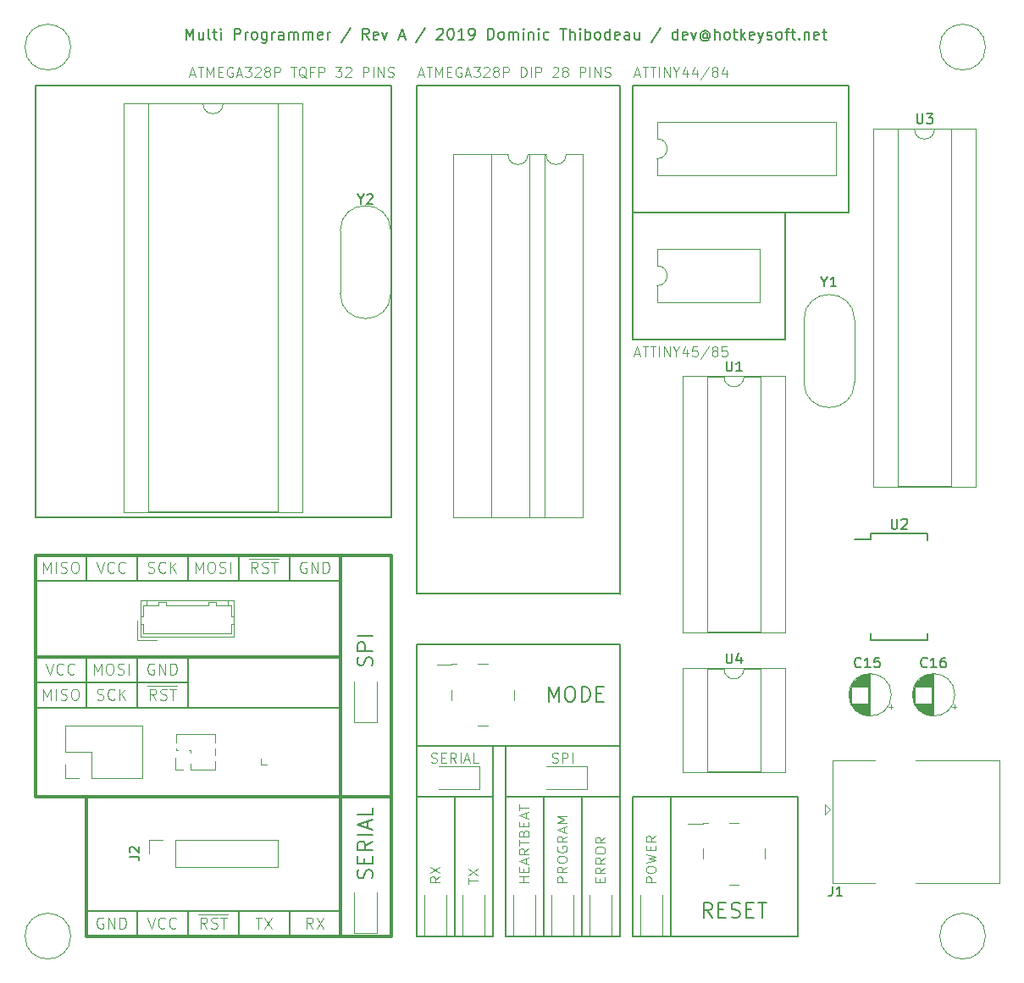
<source format=gbr>
G04 #@! TF.GenerationSoftware,KiCad,Pcbnew,(5.0.0)*
G04 #@! TF.CreationDate,2019-08-14T14:48:30-04:00*
G04 #@! TF.ProjectId,Multi Programmer,4D756C74692050726F6772616D6D6572,rev?*
G04 #@! TF.SameCoordinates,Original*
G04 #@! TF.FileFunction,Legend,Top*
G04 #@! TF.FilePolarity,Positive*
%FSLAX46Y46*%
G04 Gerber Fmt 4.6, Leading zero omitted, Abs format (unit mm)*
G04 Created by KiCad (PCBNEW (5.0.0)) date 08/14/19 14:48:30*
%MOMM*%
%LPD*%
G01*
G04 APERTURE LIST*
%ADD10C,0.100000*%
%ADD11C,0.200000*%
%ADD12C,0.300000*%
%ADD13C,0.150000*%
%ADD14C,0.120000*%
G04 APERTURE END LIST*
D10*
X164085476Y-85256666D02*
X164561666Y-85256666D01*
X163990238Y-85542380D02*
X164323571Y-84542380D01*
X164656904Y-85542380D01*
X164847380Y-84542380D02*
X165418809Y-84542380D01*
X165133095Y-85542380D02*
X165133095Y-84542380D01*
X165609285Y-84542380D02*
X166180714Y-84542380D01*
X165895000Y-85542380D02*
X165895000Y-84542380D01*
X166514047Y-85542380D02*
X166514047Y-84542380D01*
X166990238Y-85542380D02*
X166990238Y-84542380D01*
X167561666Y-85542380D01*
X167561666Y-84542380D01*
X168228333Y-85066190D02*
X168228333Y-85542380D01*
X167895000Y-84542380D02*
X168228333Y-85066190D01*
X168561666Y-84542380D01*
X169323571Y-84875714D02*
X169323571Y-85542380D01*
X169085476Y-84494761D02*
X168847380Y-85209047D01*
X169466428Y-85209047D01*
X170323571Y-84542380D02*
X169847380Y-84542380D01*
X169799761Y-85018571D01*
X169847380Y-84970952D01*
X169942619Y-84923333D01*
X170180714Y-84923333D01*
X170275952Y-84970952D01*
X170323571Y-85018571D01*
X170371190Y-85113809D01*
X170371190Y-85351904D01*
X170323571Y-85447142D01*
X170275952Y-85494761D01*
X170180714Y-85542380D01*
X169942619Y-85542380D01*
X169847380Y-85494761D01*
X169799761Y-85447142D01*
X171514047Y-84494761D02*
X170656904Y-85780476D01*
X171990238Y-84970952D02*
X171895000Y-84923333D01*
X171847380Y-84875714D01*
X171799761Y-84780476D01*
X171799761Y-84732857D01*
X171847380Y-84637619D01*
X171895000Y-84590000D01*
X171990238Y-84542380D01*
X172180714Y-84542380D01*
X172275952Y-84590000D01*
X172323571Y-84637619D01*
X172371190Y-84732857D01*
X172371190Y-84780476D01*
X172323571Y-84875714D01*
X172275952Y-84923333D01*
X172180714Y-84970952D01*
X171990238Y-84970952D01*
X171895000Y-85018571D01*
X171847380Y-85066190D01*
X171799761Y-85161428D01*
X171799761Y-85351904D01*
X171847380Y-85447142D01*
X171895000Y-85494761D01*
X171990238Y-85542380D01*
X172180714Y-85542380D01*
X172275952Y-85494761D01*
X172323571Y-85447142D01*
X172371190Y-85351904D01*
X172371190Y-85161428D01*
X172323571Y-85066190D01*
X172275952Y-85018571D01*
X172180714Y-84970952D01*
X173275952Y-84542380D02*
X172799761Y-84542380D01*
X172752142Y-85018571D01*
X172799761Y-84970952D01*
X172895000Y-84923333D01*
X173133095Y-84923333D01*
X173228333Y-84970952D01*
X173275952Y-85018571D01*
X173323571Y-85113809D01*
X173323571Y-85351904D01*
X173275952Y-85447142D01*
X173228333Y-85494761D01*
X173133095Y-85542380D01*
X172895000Y-85542380D01*
X172799761Y-85494761D01*
X172752142Y-85447142D01*
X164085476Y-57316666D02*
X164561666Y-57316666D01*
X163990238Y-57602380D02*
X164323571Y-56602380D01*
X164656904Y-57602380D01*
X164847380Y-56602380D02*
X165418809Y-56602380D01*
X165133095Y-57602380D02*
X165133095Y-56602380D01*
X165609285Y-56602380D02*
X166180714Y-56602380D01*
X165895000Y-57602380D02*
X165895000Y-56602380D01*
X166514047Y-57602380D02*
X166514047Y-56602380D01*
X166990238Y-57602380D02*
X166990238Y-56602380D01*
X167561666Y-57602380D01*
X167561666Y-56602380D01*
X168228333Y-57126190D02*
X168228333Y-57602380D01*
X167895000Y-56602380D02*
X168228333Y-57126190D01*
X168561666Y-56602380D01*
X169323571Y-56935714D02*
X169323571Y-57602380D01*
X169085476Y-56554761D02*
X168847380Y-57269047D01*
X169466428Y-57269047D01*
X170275952Y-56935714D02*
X170275952Y-57602380D01*
X170037857Y-56554761D02*
X169799761Y-57269047D01*
X170418809Y-57269047D01*
X171514047Y-56554761D02*
X170656904Y-57840476D01*
X171990238Y-57030952D02*
X171895000Y-56983333D01*
X171847380Y-56935714D01*
X171799761Y-56840476D01*
X171799761Y-56792857D01*
X171847380Y-56697619D01*
X171895000Y-56650000D01*
X171990238Y-56602380D01*
X172180714Y-56602380D01*
X172275952Y-56650000D01*
X172323571Y-56697619D01*
X172371190Y-56792857D01*
X172371190Y-56840476D01*
X172323571Y-56935714D01*
X172275952Y-56983333D01*
X172180714Y-57030952D01*
X171990238Y-57030952D01*
X171895000Y-57078571D01*
X171847380Y-57126190D01*
X171799761Y-57221428D01*
X171799761Y-57411904D01*
X171847380Y-57507142D01*
X171895000Y-57554761D01*
X171990238Y-57602380D01*
X172180714Y-57602380D01*
X172275952Y-57554761D01*
X172323571Y-57507142D01*
X172371190Y-57411904D01*
X172371190Y-57221428D01*
X172323571Y-57126190D01*
X172275952Y-57078571D01*
X172180714Y-57030952D01*
X173228333Y-56935714D02*
X173228333Y-57602380D01*
X172990238Y-56554761D02*
X172752142Y-57269047D01*
X173371190Y-57269047D01*
D11*
X179070000Y-83820000D02*
X179070000Y-71120000D01*
X163830000Y-83820000D02*
X179070000Y-83820000D01*
X163830000Y-71120000D02*
X163830000Y-83820000D01*
X185420000Y-71120000D02*
X163830000Y-71120000D01*
X185420000Y-58420000D02*
X185420000Y-71120000D01*
X163830000Y-58420000D02*
X185420000Y-58420000D01*
X163830000Y-71120000D02*
X163830000Y-58420000D01*
D12*
X104140000Y-105410000D02*
X104140000Y-129540000D01*
X139700000Y-129540000D02*
X104140000Y-129540000D01*
D11*
X129540000Y-140970000D02*
X129540000Y-143510000D01*
X124460000Y-143510000D02*
X124460000Y-140970000D01*
X119380000Y-143510000D02*
X119380000Y-140970000D01*
X114300000Y-143510000D02*
X114300000Y-140970000D01*
D10*
X131896666Y-142737619D02*
X131530000Y-142213809D01*
X131268095Y-142737619D02*
X131268095Y-141637619D01*
X131687142Y-141637619D01*
X131791904Y-141690000D01*
X131844285Y-141742380D01*
X131896666Y-141847142D01*
X131896666Y-142004285D01*
X131844285Y-142109047D01*
X131791904Y-142161428D01*
X131687142Y-142213809D01*
X131268095Y-142213809D01*
X132263333Y-141637619D02*
X132996666Y-142737619D01*
X132996666Y-141637619D02*
X132263333Y-142737619D01*
X126161904Y-141637619D02*
X126790476Y-141637619D01*
X126476190Y-142737619D02*
X126476190Y-141637619D01*
X127052380Y-141637619D02*
X127785714Y-142737619D01*
X127785714Y-141637619D02*
X127052380Y-142737619D01*
X120427142Y-141318000D02*
X121527142Y-141318000D01*
X121317619Y-142737619D02*
X120950952Y-142213809D01*
X120689047Y-142737619D02*
X120689047Y-141637619D01*
X121108095Y-141637619D01*
X121212857Y-141690000D01*
X121265238Y-141742380D01*
X121317619Y-141847142D01*
X121317619Y-142004285D01*
X121265238Y-142109047D01*
X121212857Y-142161428D01*
X121108095Y-142213809D01*
X120689047Y-142213809D01*
X121527142Y-141318000D02*
X122574761Y-141318000D01*
X121736666Y-142685238D02*
X121893809Y-142737619D01*
X122155714Y-142737619D01*
X122260476Y-142685238D01*
X122312857Y-142632857D01*
X122365238Y-142528095D01*
X122365238Y-142423333D01*
X122312857Y-142318571D01*
X122260476Y-142266190D01*
X122155714Y-142213809D01*
X121946190Y-142161428D01*
X121841428Y-142109047D01*
X121789047Y-142056666D01*
X121736666Y-141951904D01*
X121736666Y-141847142D01*
X121789047Y-141742380D01*
X121841428Y-141690000D01*
X121946190Y-141637619D01*
X122208095Y-141637619D01*
X122365238Y-141690000D01*
X122574761Y-141318000D02*
X123412857Y-141318000D01*
X122679523Y-141637619D02*
X123308095Y-141637619D01*
X122993809Y-142737619D02*
X122993809Y-141637619D01*
X115373333Y-141637619D02*
X115740000Y-142737619D01*
X116106666Y-141637619D01*
X117101904Y-142632857D02*
X117049523Y-142685238D01*
X116892380Y-142737619D01*
X116787619Y-142737619D01*
X116630476Y-142685238D01*
X116525714Y-142580476D01*
X116473333Y-142475714D01*
X116420952Y-142266190D01*
X116420952Y-142109047D01*
X116473333Y-141899523D01*
X116525714Y-141794761D01*
X116630476Y-141690000D01*
X116787619Y-141637619D01*
X116892380Y-141637619D01*
X117049523Y-141690000D01*
X117101904Y-141742380D01*
X118201904Y-142632857D02*
X118149523Y-142685238D01*
X117992380Y-142737619D01*
X117887619Y-142737619D01*
X117730476Y-142685238D01*
X117625714Y-142580476D01*
X117573333Y-142475714D01*
X117520952Y-142266190D01*
X117520952Y-142109047D01*
X117573333Y-141899523D01*
X117625714Y-141794761D01*
X117730476Y-141690000D01*
X117887619Y-141637619D01*
X117992380Y-141637619D01*
X118149523Y-141690000D01*
X118201904Y-141742380D01*
X110921904Y-141690000D02*
X110817142Y-141637619D01*
X110660000Y-141637619D01*
X110502857Y-141690000D01*
X110398095Y-141794761D01*
X110345714Y-141899523D01*
X110293333Y-142109047D01*
X110293333Y-142266190D01*
X110345714Y-142475714D01*
X110398095Y-142580476D01*
X110502857Y-142685238D01*
X110660000Y-142737619D01*
X110764761Y-142737619D01*
X110921904Y-142685238D01*
X110974285Y-142632857D01*
X110974285Y-142266190D01*
X110764761Y-142266190D01*
X111445714Y-142737619D02*
X111445714Y-141637619D01*
X112074285Y-142737619D01*
X112074285Y-141637619D01*
X112598095Y-142737619D02*
X112598095Y-141637619D01*
X112860000Y-141637619D01*
X113017142Y-141690000D01*
X113121904Y-141794761D01*
X113174285Y-141899523D01*
X113226666Y-142109047D01*
X113226666Y-142266190D01*
X113174285Y-142475714D01*
X113121904Y-142580476D01*
X113017142Y-142685238D01*
X112860000Y-142737619D01*
X112598095Y-142737619D01*
D11*
X137767142Y-137729284D02*
X137838571Y-137514999D01*
X137838571Y-137157856D01*
X137767142Y-137014999D01*
X137695714Y-136943570D01*
X137552857Y-136872141D01*
X137410000Y-136872141D01*
X137267142Y-136943570D01*
X137195714Y-137014999D01*
X137124285Y-137157856D01*
X137052857Y-137443570D01*
X136981428Y-137586427D01*
X136910000Y-137657856D01*
X136767142Y-137729284D01*
X136624285Y-137729284D01*
X136481428Y-137657856D01*
X136410000Y-137586427D01*
X136338571Y-137443570D01*
X136338571Y-137086427D01*
X136410000Y-136872141D01*
X137052857Y-136229284D02*
X137052857Y-135729284D01*
X137838571Y-135514999D02*
X137838571Y-136229284D01*
X136338571Y-136229284D01*
X136338571Y-135514999D01*
X137838571Y-134014999D02*
X137124285Y-134514999D01*
X137838571Y-134872141D02*
X136338571Y-134872141D01*
X136338571Y-134300713D01*
X136410000Y-134157856D01*
X136481428Y-134086427D01*
X136624285Y-134014999D01*
X136838571Y-134014999D01*
X136981428Y-134086427D01*
X137052857Y-134157856D01*
X137124285Y-134300713D01*
X137124285Y-134872141D01*
X137838571Y-133372141D02*
X136338571Y-133372141D01*
X137410000Y-132729284D02*
X137410000Y-132014999D01*
X137838571Y-132872141D02*
X136338571Y-132372141D01*
X137838571Y-131872141D01*
X137838571Y-130657856D02*
X137838571Y-131372141D01*
X136338571Y-131372141D01*
X109220000Y-140970000D02*
X134620000Y-140970000D01*
D12*
X109220000Y-143510000D02*
X139700000Y-143510000D01*
X109220000Y-129540000D02*
X109220000Y-143510000D01*
D11*
X137767142Y-116470714D02*
X137838571Y-116256428D01*
X137838571Y-115899285D01*
X137767142Y-115756428D01*
X137695714Y-115685000D01*
X137552857Y-115613571D01*
X137410000Y-115613571D01*
X137267142Y-115685000D01*
X137195714Y-115756428D01*
X137124285Y-115899285D01*
X137052857Y-116185000D01*
X136981428Y-116327857D01*
X136910000Y-116399285D01*
X136767142Y-116470714D01*
X136624285Y-116470714D01*
X136481428Y-116399285D01*
X136410000Y-116327857D01*
X136338571Y-116185000D01*
X136338571Y-115827857D01*
X136410000Y-115613571D01*
X137838571Y-114970714D02*
X136338571Y-114970714D01*
X136338571Y-114399285D01*
X136410000Y-114256428D01*
X136481428Y-114185000D01*
X136624285Y-114113571D01*
X136838571Y-114113571D01*
X136981428Y-114185000D01*
X137052857Y-114256428D01*
X137124285Y-114399285D01*
X137124285Y-114970714D01*
X137838571Y-113470714D02*
X136338571Y-113470714D01*
D12*
X134620000Y-105410000D02*
X134620000Y-143510000D01*
X139700000Y-143510000D02*
X139700000Y-105410000D01*
D11*
X162560000Y-58420000D02*
X142240000Y-58420000D01*
X162560000Y-109220000D02*
X162560000Y-58420000D01*
X142240000Y-109220000D02*
X162560000Y-109220000D01*
X142240000Y-58420000D02*
X142240000Y-109220000D01*
X139700000Y-101600000D02*
X104140000Y-101600000D01*
X139700000Y-58420000D02*
X139700000Y-101600000D01*
X104140000Y-58420000D02*
X104140000Y-101600000D01*
X139700000Y-58420000D02*
X104140000Y-58420000D01*
D10*
X119635476Y-57316666D02*
X120111666Y-57316666D01*
X119540238Y-57602380D02*
X119873571Y-56602380D01*
X120206904Y-57602380D01*
X120397380Y-56602380D02*
X120968809Y-56602380D01*
X120683095Y-57602380D02*
X120683095Y-56602380D01*
X121302142Y-57602380D02*
X121302142Y-56602380D01*
X121635476Y-57316666D01*
X121968809Y-56602380D01*
X121968809Y-57602380D01*
X122445000Y-57078571D02*
X122778333Y-57078571D01*
X122921190Y-57602380D02*
X122445000Y-57602380D01*
X122445000Y-56602380D01*
X122921190Y-56602380D01*
X123873571Y-56650000D02*
X123778333Y-56602380D01*
X123635476Y-56602380D01*
X123492619Y-56650000D01*
X123397380Y-56745238D01*
X123349761Y-56840476D01*
X123302142Y-57030952D01*
X123302142Y-57173809D01*
X123349761Y-57364285D01*
X123397380Y-57459523D01*
X123492619Y-57554761D01*
X123635476Y-57602380D01*
X123730714Y-57602380D01*
X123873571Y-57554761D01*
X123921190Y-57507142D01*
X123921190Y-57173809D01*
X123730714Y-57173809D01*
X124302142Y-57316666D02*
X124778333Y-57316666D01*
X124206904Y-57602380D02*
X124540238Y-56602380D01*
X124873571Y-57602380D01*
X125111666Y-56602380D02*
X125730714Y-56602380D01*
X125397380Y-56983333D01*
X125540238Y-56983333D01*
X125635476Y-57030952D01*
X125683095Y-57078571D01*
X125730714Y-57173809D01*
X125730714Y-57411904D01*
X125683095Y-57507142D01*
X125635476Y-57554761D01*
X125540238Y-57602380D01*
X125254523Y-57602380D01*
X125159285Y-57554761D01*
X125111666Y-57507142D01*
X126111666Y-56697619D02*
X126159285Y-56650000D01*
X126254523Y-56602380D01*
X126492619Y-56602380D01*
X126587857Y-56650000D01*
X126635476Y-56697619D01*
X126683095Y-56792857D01*
X126683095Y-56888095D01*
X126635476Y-57030952D01*
X126064047Y-57602380D01*
X126683095Y-57602380D01*
X127254523Y-57030952D02*
X127159285Y-56983333D01*
X127111666Y-56935714D01*
X127064047Y-56840476D01*
X127064047Y-56792857D01*
X127111666Y-56697619D01*
X127159285Y-56650000D01*
X127254523Y-56602380D01*
X127445000Y-56602380D01*
X127540238Y-56650000D01*
X127587857Y-56697619D01*
X127635476Y-56792857D01*
X127635476Y-56840476D01*
X127587857Y-56935714D01*
X127540238Y-56983333D01*
X127445000Y-57030952D01*
X127254523Y-57030952D01*
X127159285Y-57078571D01*
X127111666Y-57126190D01*
X127064047Y-57221428D01*
X127064047Y-57411904D01*
X127111666Y-57507142D01*
X127159285Y-57554761D01*
X127254523Y-57602380D01*
X127445000Y-57602380D01*
X127540238Y-57554761D01*
X127587857Y-57507142D01*
X127635476Y-57411904D01*
X127635476Y-57221428D01*
X127587857Y-57126190D01*
X127540238Y-57078571D01*
X127445000Y-57030952D01*
X128064047Y-57602380D02*
X128064047Y-56602380D01*
X128445000Y-56602380D01*
X128540238Y-56650000D01*
X128587857Y-56697619D01*
X128635476Y-56792857D01*
X128635476Y-56935714D01*
X128587857Y-57030952D01*
X128540238Y-57078571D01*
X128445000Y-57126190D01*
X128064047Y-57126190D01*
X129683095Y-56602380D02*
X130254523Y-56602380D01*
X129968809Y-57602380D02*
X129968809Y-56602380D01*
X131254523Y-57697619D02*
X131159285Y-57650000D01*
X131064047Y-57554761D01*
X130921190Y-57411904D01*
X130825952Y-57364285D01*
X130730714Y-57364285D01*
X130778333Y-57602380D02*
X130683095Y-57554761D01*
X130587857Y-57459523D01*
X130540238Y-57269047D01*
X130540238Y-56935714D01*
X130587857Y-56745238D01*
X130683095Y-56650000D01*
X130778333Y-56602380D01*
X130968809Y-56602380D01*
X131064047Y-56650000D01*
X131159285Y-56745238D01*
X131206904Y-56935714D01*
X131206904Y-57269047D01*
X131159285Y-57459523D01*
X131064047Y-57554761D01*
X130968809Y-57602380D01*
X130778333Y-57602380D01*
X131968809Y-57078571D02*
X131635476Y-57078571D01*
X131635476Y-57602380D02*
X131635476Y-56602380D01*
X132111666Y-56602380D01*
X132492619Y-57602380D02*
X132492619Y-56602380D01*
X132873571Y-56602380D01*
X132968809Y-56650000D01*
X133016428Y-56697619D01*
X133064047Y-56792857D01*
X133064047Y-56935714D01*
X133016428Y-57030952D01*
X132968809Y-57078571D01*
X132873571Y-57126190D01*
X132492619Y-57126190D01*
X134159285Y-56602380D02*
X134778333Y-56602380D01*
X134445000Y-56983333D01*
X134587857Y-56983333D01*
X134683095Y-57030952D01*
X134730714Y-57078571D01*
X134778333Y-57173809D01*
X134778333Y-57411904D01*
X134730714Y-57507142D01*
X134683095Y-57554761D01*
X134587857Y-57602380D01*
X134302142Y-57602380D01*
X134206904Y-57554761D01*
X134159285Y-57507142D01*
X135159285Y-56697619D02*
X135206904Y-56650000D01*
X135302142Y-56602380D01*
X135540238Y-56602380D01*
X135635476Y-56650000D01*
X135683095Y-56697619D01*
X135730714Y-56792857D01*
X135730714Y-56888095D01*
X135683095Y-57030952D01*
X135111666Y-57602380D01*
X135730714Y-57602380D01*
X136921190Y-57602380D02*
X136921190Y-56602380D01*
X137302142Y-56602380D01*
X137397380Y-56650000D01*
X137445000Y-56697619D01*
X137492619Y-56792857D01*
X137492619Y-56935714D01*
X137445000Y-57030952D01*
X137397380Y-57078571D01*
X137302142Y-57126190D01*
X136921190Y-57126190D01*
X137921190Y-57602380D02*
X137921190Y-56602380D01*
X138397380Y-57602380D02*
X138397380Y-56602380D01*
X138968809Y-57602380D01*
X138968809Y-56602380D01*
X139397380Y-57554761D02*
X139540238Y-57602380D01*
X139778333Y-57602380D01*
X139873571Y-57554761D01*
X139921190Y-57507142D01*
X139968809Y-57411904D01*
X139968809Y-57316666D01*
X139921190Y-57221428D01*
X139873571Y-57173809D01*
X139778333Y-57126190D01*
X139587857Y-57078571D01*
X139492619Y-57030952D01*
X139445000Y-56983333D01*
X139397380Y-56888095D01*
X139397380Y-56792857D01*
X139445000Y-56697619D01*
X139492619Y-56650000D01*
X139587857Y-56602380D01*
X139825952Y-56602380D01*
X139968809Y-56650000D01*
X142495476Y-57316666D02*
X142971666Y-57316666D01*
X142400238Y-57602380D02*
X142733571Y-56602380D01*
X143066904Y-57602380D01*
X143257380Y-56602380D02*
X143828809Y-56602380D01*
X143543095Y-57602380D02*
X143543095Y-56602380D01*
X144162142Y-57602380D02*
X144162142Y-56602380D01*
X144495476Y-57316666D01*
X144828809Y-56602380D01*
X144828809Y-57602380D01*
X145305000Y-57078571D02*
X145638333Y-57078571D01*
X145781190Y-57602380D02*
X145305000Y-57602380D01*
X145305000Y-56602380D01*
X145781190Y-56602380D01*
X146733571Y-56650000D02*
X146638333Y-56602380D01*
X146495476Y-56602380D01*
X146352619Y-56650000D01*
X146257380Y-56745238D01*
X146209761Y-56840476D01*
X146162142Y-57030952D01*
X146162142Y-57173809D01*
X146209761Y-57364285D01*
X146257380Y-57459523D01*
X146352619Y-57554761D01*
X146495476Y-57602380D01*
X146590714Y-57602380D01*
X146733571Y-57554761D01*
X146781190Y-57507142D01*
X146781190Y-57173809D01*
X146590714Y-57173809D01*
X147162142Y-57316666D02*
X147638333Y-57316666D01*
X147066904Y-57602380D02*
X147400238Y-56602380D01*
X147733571Y-57602380D01*
X147971666Y-56602380D02*
X148590714Y-56602380D01*
X148257380Y-56983333D01*
X148400238Y-56983333D01*
X148495476Y-57030952D01*
X148543095Y-57078571D01*
X148590714Y-57173809D01*
X148590714Y-57411904D01*
X148543095Y-57507142D01*
X148495476Y-57554761D01*
X148400238Y-57602380D01*
X148114523Y-57602380D01*
X148019285Y-57554761D01*
X147971666Y-57507142D01*
X148971666Y-56697619D02*
X149019285Y-56650000D01*
X149114523Y-56602380D01*
X149352619Y-56602380D01*
X149447857Y-56650000D01*
X149495476Y-56697619D01*
X149543095Y-56792857D01*
X149543095Y-56888095D01*
X149495476Y-57030952D01*
X148924047Y-57602380D01*
X149543095Y-57602380D01*
X150114523Y-57030952D02*
X150019285Y-56983333D01*
X149971666Y-56935714D01*
X149924047Y-56840476D01*
X149924047Y-56792857D01*
X149971666Y-56697619D01*
X150019285Y-56650000D01*
X150114523Y-56602380D01*
X150305000Y-56602380D01*
X150400238Y-56650000D01*
X150447857Y-56697619D01*
X150495476Y-56792857D01*
X150495476Y-56840476D01*
X150447857Y-56935714D01*
X150400238Y-56983333D01*
X150305000Y-57030952D01*
X150114523Y-57030952D01*
X150019285Y-57078571D01*
X149971666Y-57126190D01*
X149924047Y-57221428D01*
X149924047Y-57411904D01*
X149971666Y-57507142D01*
X150019285Y-57554761D01*
X150114523Y-57602380D01*
X150305000Y-57602380D01*
X150400238Y-57554761D01*
X150447857Y-57507142D01*
X150495476Y-57411904D01*
X150495476Y-57221428D01*
X150447857Y-57126190D01*
X150400238Y-57078571D01*
X150305000Y-57030952D01*
X150924047Y-57602380D02*
X150924047Y-56602380D01*
X151305000Y-56602380D01*
X151400238Y-56650000D01*
X151447857Y-56697619D01*
X151495476Y-56792857D01*
X151495476Y-56935714D01*
X151447857Y-57030952D01*
X151400238Y-57078571D01*
X151305000Y-57126190D01*
X150924047Y-57126190D01*
X152685952Y-57602380D02*
X152685952Y-56602380D01*
X152924047Y-56602380D01*
X153066904Y-56650000D01*
X153162142Y-56745238D01*
X153209761Y-56840476D01*
X153257380Y-57030952D01*
X153257380Y-57173809D01*
X153209761Y-57364285D01*
X153162142Y-57459523D01*
X153066904Y-57554761D01*
X152924047Y-57602380D01*
X152685952Y-57602380D01*
X153685952Y-57602380D02*
X153685952Y-56602380D01*
X154162142Y-57602380D02*
X154162142Y-56602380D01*
X154543095Y-56602380D01*
X154638333Y-56650000D01*
X154685952Y-56697619D01*
X154733571Y-56792857D01*
X154733571Y-56935714D01*
X154685952Y-57030952D01*
X154638333Y-57078571D01*
X154543095Y-57126190D01*
X154162142Y-57126190D01*
X155876428Y-56697619D02*
X155924047Y-56650000D01*
X156019285Y-56602380D01*
X156257380Y-56602380D01*
X156352619Y-56650000D01*
X156400238Y-56697619D01*
X156447857Y-56792857D01*
X156447857Y-56888095D01*
X156400238Y-57030952D01*
X155828809Y-57602380D01*
X156447857Y-57602380D01*
X157019285Y-57030952D02*
X156924047Y-56983333D01*
X156876428Y-56935714D01*
X156828809Y-56840476D01*
X156828809Y-56792857D01*
X156876428Y-56697619D01*
X156924047Y-56650000D01*
X157019285Y-56602380D01*
X157209761Y-56602380D01*
X157305000Y-56650000D01*
X157352619Y-56697619D01*
X157400238Y-56792857D01*
X157400238Y-56840476D01*
X157352619Y-56935714D01*
X157305000Y-56983333D01*
X157209761Y-57030952D01*
X157019285Y-57030952D01*
X156924047Y-57078571D01*
X156876428Y-57126190D01*
X156828809Y-57221428D01*
X156828809Y-57411904D01*
X156876428Y-57507142D01*
X156924047Y-57554761D01*
X157019285Y-57602380D01*
X157209761Y-57602380D01*
X157305000Y-57554761D01*
X157352619Y-57507142D01*
X157400238Y-57411904D01*
X157400238Y-57221428D01*
X157352619Y-57126190D01*
X157305000Y-57078571D01*
X157209761Y-57030952D01*
X158590714Y-57602380D02*
X158590714Y-56602380D01*
X158971666Y-56602380D01*
X159066904Y-56650000D01*
X159114523Y-56697619D01*
X159162142Y-56792857D01*
X159162142Y-56935714D01*
X159114523Y-57030952D01*
X159066904Y-57078571D01*
X158971666Y-57126190D01*
X158590714Y-57126190D01*
X159590714Y-57602380D02*
X159590714Y-56602380D01*
X160066904Y-57602380D02*
X160066904Y-56602380D01*
X160638333Y-57602380D01*
X160638333Y-56602380D01*
X161066904Y-57554761D02*
X161209761Y-57602380D01*
X161447857Y-57602380D01*
X161543095Y-57554761D01*
X161590714Y-57507142D01*
X161638333Y-57411904D01*
X161638333Y-57316666D01*
X161590714Y-57221428D01*
X161543095Y-57173809D01*
X161447857Y-57126190D01*
X161257380Y-57078571D01*
X161162142Y-57030952D01*
X161114523Y-56983333D01*
X161066904Y-56888095D01*
X161066904Y-56792857D01*
X161114523Y-56697619D01*
X161162142Y-56650000D01*
X161257380Y-56602380D01*
X161495476Y-56602380D01*
X161638333Y-56650000D01*
D11*
X180340000Y-143510000D02*
X180340000Y-129540000D01*
X166370000Y-143510000D02*
X180340000Y-143510000D01*
X166370000Y-129540000D02*
X180340000Y-129540000D01*
D13*
X119226309Y-53837619D02*
X119226309Y-52737619D01*
X119592976Y-53523333D01*
X119959643Y-52737619D01*
X119959643Y-53837619D01*
X120954881Y-53104285D02*
X120954881Y-53837619D01*
X120483452Y-53104285D02*
X120483452Y-53680476D01*
X120535833Y-53785238D01*
X120640595Y-53837619D01*
X120797738Y-53837619D01*
X120902500Y-53785238D01*
X120954881Y-53732857D01*
X121635833Y-53837619D02*
X121531071Y-53785238D01*
X121478690Y-53680476D01*
X121478690Y-52737619D01*
X121897738Y-53104285D02*
X122316785Y-53104285D01*
X122054881Y-52737619D02*
X122054881Y-53680476D01*
X122107262Y-53785238D01*
X122212024Y-53837619D01*
X122316785Y-53837619D01*
X122683452Y-53837619D02*
X122683452Y-53104285D01*
X122683452Y-52737619D02*
X122631071Y-52790000D01*
X122683452Y-52842380D01*
X122735833Y-52790000D01*
X122683452Y-52737619D01*
X122683452Y-52842380D01*
X124045357Y-53837619D02*
X124045357Y-52737619D01*
X124464405Y-52737619D01*
X124569166Y-52790000D01*
X124621547Y-52842380D01*
X124673928Y-52947142D01*
X124673928Y-53104285D01*
X124621547Y-53209047D01*
X124569166Y-53261428D01*
X124464405Y-53313809D01*
X124045357Y-53313809D01*
X125145357Y-53837619D02*
X125145357Y-53104285D01*
X125145357Y-53313809D02*
X125197738Y-53209047D01*
X125250119Y-53156666D01*
X125354881Y-53104285D01*
X125459643Y-53104285D01*
X125983452Y-53837619D02*
X125878690Y-53785238D01*
X125826309Y-53732857D01*
X125773928Y-53628095D01*
X125773928Y-53313809D01*
X125826309Y-53209047D01*
X125878690Y-53156666D01*
X125983452Y-53104285D01*
X126140595Y-53104285D01*
X126245357Y-53156666D01*
X126297738Y-53209047D01*
X126350119Y-53313809D01*
X126350119Y-53628095D01*
X126297738Y-53732857D01*
X126245357Y-53785238D01*
X126140595Y-53837619D01*
X125983452Y-53837619D01*
X127292976Y-53104285D02*
X127292976Y-53994761D01*
X127240595Y-54099523D01*
X127188214Y-54151904D01*
X127083452Y-54204285D01*
X126926309Y-54204285D01*
X126821547Y-54151904D01*
X127292976Y-53785238D02*
X127188214Y-53837619D01*
X126978690Y-53837619D01*
X126873928Y-53785238D01*
X126821547Y-53732857D01*
X126769166Y-53628095D01*
X126769166Y-53313809D01*
X126821547Y-53209047D01*
X126873928Y-53156666D01*
X126978690Y-53104285D01*
X127188214Y-53104285D01*
X127292976Y-53156666D01*
X127816785Y-53837619D02*
X127816785Y-53104285D01*
X127816785Y-53313809D02*
X127869166Y-53209047D01*
X127921547Y-53156666D01*
X128026309Y-53104285D01*
X128131071Y-53104285D01*
X128969166Y-53837619D02*
X128969166Y-53261428D01*
X128916785Y-53156666D01*
X128812024Y-53104285D01*
X128602500Y-53104285D01*
X128497738Y-53156666D01*
X128969166Y-53785238D02*
X128864405Y-53837619D01*
X128602500Y-53837619D01*
X128497738Y-53785238D01*
X128445357Y-53680476D01*
X128445357Y-53575714D01*
X128497738Y-53470952D01*
X128602500Y-53418571D01*
X128864405Y-53418571D01*
X128969166Y-53366190D01*
X129492976Y-53837619D02*
X129492976Y-53104285D01*
X129492976Y-53209047D02*
X129545357Y-53156666D01*
X129650119Y-53104285D01*
X129807262Y-53104285D01*
X129912024Y-53156666D01*
X129964405Y-53261428D01*
X129964405Y-53837619D01*
X129964405Y-53261428D02*
X130016785Y-53156666D01*
X130121547Y-53104285D01*
X130278690Y-53104285D01*
X130383452Y-53156666D01*
X130435833Y-53261428D01*
X130435833Y-53837619D01*
X130959643Y-53837619D02*
X130959643Y-53104285D01*
X130959643Y-53209047D02*
X131012024Y-53156666D01*
X131116785Y-53104285D01*
X131273928Y-53104285D01*
X131378690Y-53156666D01*
X131431071Y-53261428D01*
X131431071Y-53837619D01*
X131431071Y-53261428D02*
X131483452Y-53156666D01*
X131588214Y-53104285D01*
X131745357Y-53104285D01*
X131850119Y-53156666D01*
X131902500Y-53261428D01*
X131902500Y-53837619D01*
X132845357Y-53785238D02*
X132740595Y-53837619D01*
X132531071Y-53837619D01*
X132426309Y-53785238D01*
X132373928Y-53680476D01*
X132373928Y-53261428D01*
X132426309Y-53156666D01*
X132531071Y-53104285D01*
X132740595Y-53104285D01*
X132845357Y-53156666D01*
X132897738Y-53261428D01*
X132897738Y-53366190D01*
X132373928Y-53470952D01*
X133369166Y-53837619D02*
X133369166Y-53104285D01*
X133369166Y-53313809D02*
X133421547Y-53209047D01*
X133473928Y-53156666D01*
X133578690Y-53104285D01*
X133683452Y-53104285D01*
X135673928Y-52685238D02*
X134731071Y-54099523D01*
X137507262Y-53837619D02*
X137140595Y-53313809D01*
X136878690Y-53837619D02*
X136878690Y-52737619D01*
X137297738Y-52737619D01*
X137402500Y-52790000D01*
X137454881Y-52842380D01*
X137507262Y-52947142D01*
X137507262Y-53104285D01*
X137454881Y-53209047D01*
X137402500Y-53261428D01*
X137297738Y-53313809D01*
X136878690Y-53313809D01*
X138397738Y-53785238D02*
X138292976Y-53837619D01*
X138083452Y-53837619D01*
X137978690Y-53785238D01*
X137926309Y-53680476D01*
X137926309Y-53261428D01*
X137978690Y-53156666D01*
X138083452Y-53104285D01*
X138292976Y-53104285D01*
X138397738Y-53156666D01*
X138450119Y-53261428D01*
X138450119Y-53366190D01*
X137926309Y-53470952D01*
X138816785Y-53104285D02*
X139078690Y-53837619D01*
X139340595Y-53104285D01*
X140545357Y-53523333D02*
X141069166Y-53523333D01*
X140440595Y-53837619D02*
X140807262Y-52737619D01*
X141173928Y-53837619D01*
X143164405Y-52685238D02*
X142221547Y-54099523D01*
X144316785Y-52842380D02*
X144369166Y-52790000D01*
X144473928Y-52737619D01*
X144735833Y-52737619D01*
X144840595Y-52790000D01*
X144892976Y-52842380D01*
X144945357Y-52947142D01*
X144945357Y-53051904D01*
X144892976Y-53209047D01*
X144264405Y-53837619D01*
X144945357Y-53837619D01*
X145626309Y-52737619D02*
X145731071Y-52737619D01*
X145835833Y-52790000D01*
X145888214Y-52842380D01*
X145940595Y-52947142D01*
X145992976Y-53156666D01*
X145992976Y-53418571D01*
X145940595Y-53628095D01*
X145888214Y-53732857D01*
X145835833Y-53785238D01*
X145731071Y-53837619D01*
X145626309Y-53837619D01*
X145521547Y-53785238D01*
X145469166Y-53732857D01*
X145416785Y-53628095D01*
X145364405Y-53418571D01*
X145364405Y-53156666D01*
X145416785Y-52947142D01*
X145469166Y-52842380D01*
X145521547Y-52790000D01*
X145626309Y-52737619D01*
X147040595Y-53837619D02*
X146412024Y-53837619D01*
X146726309Y-53837619D02*
X146726309Y-52737619D01*
X146621547Y-52894761D01*
X146516785Y-52999523D01*
X146412024Y-53051904D01*
X147564405Y-53837619D02*
X147773928Y-53837619D01*
X147878690Y-53785238D01*
X147931071Y-53732857D01*
X148035833Y-53575714D01*
X148088214Y-53366190D01*
X148088214Y-52947142D01*
X148035833Y-52842380D01*
X147983452Y-52790000D01*
X147878690Y-52737619D01*
X147669166Y-52737619D01*
X147564405Y-52790000D01*
X147512024Y-52842380D01*
X147459643Y-52947142D01*
X147459643Y-53209047D01*
X147512024Y-53313809D01*
X147564405Y-53366190D01*
X147669166Y-53418571D01*
X147878690Y-53418571D01*
X147983452Y-53366190D01*
X148035833Y-53313809D01*
X148088214Y-53209047D01*
X149397738Y-53837619D02*
X149397738Y-52737619D01*
X149659643Y-52737619D01*
X149816785Y-52790000D01*
X149921547Y-52894761D01*
X149973928Y-52999523D01*
X150026309Y-53209047D01*
X150026309Y-53366190D01*
X149973928Y-53575714D01*
X149921547Y-53680476D01*
X149816785Y-53785238D01*
X149659643Y-53837619D01*
X149397738Y-53837619D01*
X150654881Y-53837619D02*
X150550119Y-53785238D01*
X150497738Y-53732857D01*
X150445357Y-53628095D01*
X150445357Y-53313809D01*
X150497738Y-53209047D01*
X150550119Y-53156666D01*
X150654881Y-53104285D01*
X150812024Y-53104285D01*
X150916785Y-53156666D01*
X150969166Y-53209047D01*
X151021547Y-53313809D01*
X151021547Y-53628095D01*
X150969166Y-53732857D01*
X150916785Y-53785238D01*
X150812024Y-53837619D01*
X150654881Y-53837619D01*
X151492976Y-53837619D02*
X151492976Y-53104285D01*
X151492976Y-53209047D02*
X151545357Y-53156666D01*
X151650119Y-53104285D01*
X151807262Y-53104285D01*
X151912024Y-53156666D01*
X151964405Y-53261428D01*
X151964405Y-53837619D01*
X151964405Y-53261428D02*
X152016785Y-53156666D01*
X152121547Y-53104285D01*
X152278690Y-53104285D01*
X152383452Y-53156666D01*
X152435833Y-53261428D01*
X152435833Y-53837619D01*
X152959643Y-53837619D02*
X152959643Y-53104285D01*
X152959643Y-52737619D02*
X152907262Y-52790000D01*
X152959643Y-52842380D01*
X153012024Y-52790000D01*
X152959643Y-52737619D01*
X152959643Y-52842380D01*
X153483452Y-53104285D02*
X153483452Y-53837619D01*
X153483452Y-53209047D02*
X153535833Y-53156666D01*
X153640595Y-53104285D01*
X153797738Y-53104285D01*
X153902500Y-53156666D01*
X153954881Y-53261428D01*
X153954881Y-53837619D01*
X154478690Y-53837619D02*
X154478690Y-53104285D01*
X154478690Y-52737619D02*
X154426309Y-52790000D01*
X154478690Y-52842380D01*
X154531071Y-52790000D01*
X154478690Y-52737619D01*
X154478690Y-52842380D01*
X155473928Y-53785238D02*
X155369166Y-53837619D01*
X155159643Y-53837619D01*
X155054881Y-53785238D01*
X155002500Y-53732857D01*
X154950119Y-53628095D01*
X154950119Y-53313809D01*
X155002500Y-53209047D01*
X155054881Y-53156666D01*
X155159643Y-53104285D01*
X155369166Y-53104285D01*
X155473928Y-53156666D01*
X156626309Y-52737619D02*
X157254881Y-52737619D01*
X156940595Y-53837619D02*
X156940595Y-52737619D01*
X157621547Y-53837619D02*
X157621547Y-52737619D01*
X158092976Y-53837619D02*
X158092976Y-53261428D01*
X158040595Y-53156666D01*
X157935833Y-53104285D01*
X157778690Y-53104285D01*
X157673928Y-53156666D01*
X157621547Y-53209047D01*
X158616785Y-53837619D02*
X158616785Y-53104285D01*
X158616785Y-52737619D02*
X158564405Y-52790000D01*
X158616785Y-52842380D01*
X158669166Y-52790000D01*
X158616785Y-52737619D01*
X158616785Y-52842380D01*
X159140595Y-53837619D02*
X159140595Y-52737619D01*
X159140595Y-53156666D02*
X159245357Y-53104285D01*
X159454881Y-53104285D01*
X159559643Y-53156666D01*
X159612024Y-53209047D01*
X159664405Y-53313809D01*
X159664405Y-53628095D01*
X159612024Y-53732857D01*
X159559643Y-53785238D01*
X159454881Y-53837619D01*
X159245357Y-53837619D01*
X159140595Y-53785238D01*
X160292976Y-53837619D02*
X160188214Y-53785238D01*
X160135833Y-53732857D01*
X160083452Y-53628095D01*
X160083452Y-53313809D01*
X160135833Y-53209047D01*
X160188214Y-53156666D01*
X160292976Y-53104285D01*
X160450119Y-53104285D01*
X160554881Y-53156666D01*
X160607262Y-53209047D01*
X160659643Y-53313809D01*
X160659643Y-53628095D01*
X160607262Y-53732857D01*
X160554881Y-53785238D01*
X160450119Y-53837619D01*
X160292976Y-53837619D01*
X161602500Y-53837619D02*
X161602500Y-52737619D01*
X161602500Y-53785238D02*
X161497738Y-53837619D01*
X161288214Y-53837619D01*
X161183452Y-53785238D01*
X161131071Y-53732857D01*
X161078690Y-53628095D01*
X161078690Y-53313809D01*
X161131071Y-53209047D01*
X161183452Y-53156666D01*
X161288214Y-53104285D01*
X161497738Y-53104285D01*
X161602500Y-53156666D01*
X162545357Y-53785238D02*
X162440595Y-53837619D01*
X162231071Y-53837619D01*
X162126309Y-53785238D01*
X162073928Y-53680476D01*
X162073928Y-53261428D01*
X162126309Y-53156666D01*
X162231071Y-53104285D01*
X162440595Y-53104285D01*
X162545357Y-53156666D01*
X162597738Y-53261428D01*
X162597738Y-53366190D01*
X162073928Y-53470952D01*
X163540595Y-53837619D02*
X163540595Y-53261428D01*
X163488214Y-53156666D01*
X163383452Y-53104285D01*
X163173928Y-53104285D01*
X163069166Y-53156666D01*
X163540595Y-53785238D02*
X163435833Y-53837619D01*
X163173928Y-53837619D01*
X163069166Y-53785238D01*
X163016785Y-53680476D01*
X163016785Y-53575714D01*
X163069166Y-53470952D01*
X163173928Y-53418571D01*
X163435833Y-53418571D01*
X163540595Y-53366190D01*
X164535833Y-53104285D02*
X164535833Y-53837619D01*
X164064405Y-53104285D02*
X164064405Y-53680476D01*
X164116785Y-53785238D01*
X164221547Y-53837619D01*
X164378690Y-53837619D01*
X164483452Y-53785238D01*
X164535833Y-53732857D01*
X166683452Y-52685238D02*
X165740595Y-54099523D01*
X168359643Y-53837619D02*
X168359643Y-52737619D01*
X168359643Y-53785238D02*
X168254881Y-53837619D01*
X168045357Y-53837619D01*
X167940595Y-53785238D01*
X167888214Y-53732857D01*
X167835833Y-53628095D01*
X167835833Y-53313809D01*
X167888214Y-53209047D01*
X167940595Y-53156666D01*
X168045357Y-53104285D01*
X168254881Y-53104285D01*
X168359643Y-53156666D01*
X169302500Y-53785238D02*
X169197738Y-53837619D01*
X168988214Y-53837619D01*
X168883452Y-53785238D01*
X168831071Y-53680476D01*
X168831071Y-53261428D01*
X168883452Y-53156666D01*
X168988214Y-53104285D01*
X169197738Y-53104285D01*
X169302500Y-53156666D01*
X169354881Y-53261428D01*
X169354881Y-53366190D01*
X168831071Y-53470952D01*
X169721547Y-53104285D02*
X169983452Y-53837619D01*
X170245357Y-53104285D01*
X171345357Y-53313809D02*
X171292976Y-53261428D01*
X171188214Y-53209047D01*
X171083452Y-53209047D01*
X170978690Y-53261428D01*
X170926309Y-53313809D01*
X170873928Y-53418571D01*
X170873928Y-53523333D01*
X170926309Y-53628095D01*
X170978690Y-53680476D01*
X171083452Y-53732857D01*
X171188214Y-53732857D01*
X171292976Y-53680476D01*
X171345357Y-53628095D01*
X171345357Y-53209047D02*
X171345357Y-53628095D01*
X171397738Y-53680476D01*
X171450119Y-53680476D01*
X171554881Y-53628095D01*
X171607262Y-53523333D01*
X171607262Y-53261428D01*
X171502500Y-53104285D01*
X171345357Y-52999523D01*
X171135833Y-52947142D01*
X170926309Y-52999523D01*
X170769166Y-53104285D01*
X170664405Y-53261428D01*
X170612024Y-53470952D01*
X170664405Y-53680476D01*
X170769166Y-53837619D01*
X170926309Y-53942380D01*
X171135833Y-53994761D01*
X171345357Y-53942380D01*
X171502500Y-53837619D01*
X172078690Y-53837619D02*
X172078690Y-52737619D01*
X172550119Y-53837619D02*
X172550119Y-53261428D01*
X172497738Y-53156666D01*
X172392976Y-53104285D01*
X172235833Y-53104285D01*
X172131071Y-53156666D01*
X172078690Y-53209047D01*
X173231071Y-53837619D02*
X173126309Y-53785238D01*
X173073928Y-53732857D01*
X173021547Y-53628095D01*
X173021547Y-53313809D01*
X173073928Y-53209047D01*
X173126309Y-53156666D01*
X173231071Y-53104285D01*
X173388214Y-53104285D01*
X173492976Y-53156666D01*
X173545357Y-53209047D01*
X173597738Y-53313809D01*
X173597738Y-53628095D01*
X173545357Y-53732857D01*
X173492976Y-53785238D01*
X173388214Y-53837619D01*
X173231071Y-53837619D01*
X173912024Y-53104285D02*
X174331071Y-53104285D01*
X174069166Y-52737619D02*
X174069166Y-53680476D01*
X174121547Y-53785238D01*
X174226309Y-53837619D01*
X174331071Y-53837619D01*
X174697738Y-53837619D02*
X174697738Y-52737619D01*
X174802500Y-53418571D02*
X175116785Y-53837619D01*
X175116785Y-53104285D02*
X174697738Y-53523333D01*
X176007262Y-53785238D02*
X175902500Y-53837619D01*
X175692976Y-53837619D01*
X175588214Y-53785238D01*
X175535833Y-53680476D01*
X175535833Y-53261428D01*
X175588214Y-53156666D01*
X175692976Y-53104285D01*
X175902500Y-53104285D01*
X176007262Y-53156666D01*
X176059643Y-53261428D01*
X176059643Y-53366190D01*
X175535833Y-53470952D01*
X176426309Y-53104285D02*
X176688214Y-53837619D01*
X176950119Y-53104285D02*
X176688214Y-53837619D01*
X176583452Y-54099523D01*
X176531071Y-54151904D01*
X176426309Y-54204285D01*
X177316785Y-53785238D02*
X177421547Y-53837619D01*
X177631071Y-53837619D01*
X177735833Y-53785238D01*
X177788214Y-53680476D01*
X177788214Y-53628095D01*
X177735833Y-53523333D01*
X177631071Y-53470952D01*
X177473928Y-53470952D01*
X177369166Y-53418571D01*
X177316785Y-53313809D01*
X177316785Y-53261428D01*
X177369166Y-53156666D01*
X177473928Y-53104285D01*
X177631071Y-53104285D01*
X177735833Y-53156666D01*
X178416785Y-53837619D02*
X178312024Y-53785238D01*
X178259643Y-53732857D01*
X178207262Y-53628095D01*
X178207262Y-53313809D01*
X178259643Y-53209047D01*
X178312024Y-53156666D01*
X178416785Y-53104285D01*
X178573928Y-53104285D01*
X178678690Y-53156666D01*
X178731071Y-53209047D01*
X178783452Y-53313809D01*
X178783452Y-53628095D01*
X178731071Y-53732857D01*
X178678690Y-53785238D01*
X178573928Y-53837619D01*
X178416785Y-53837619D01*
X179097738Y-53104285D02*
X179516785Y-53104285D01*
X179254881Y-53837619D02*
X179254881Y-52894761D01*
X179307262Y-52790000D01*
X179412024Y-52737619D01*
X179516785Y-52737619D01*
X179726309Y-53104285D02*
X180145357Y-53104285D01*
X179883452Y-52737619D02*
X179883452Y-53680476D01*
X179935833Y-53785238D01*
X180040595Y-53837619D01*
X180145357Y-53837619D01*
X180512024Y-53732857D02*
X180564405Y-53785238D01*
X180512024Y-53837619D01*
X180459643Y-53785238D01*
X180512024Y-53732857D01*
X180512024Y-53837619D01*
X181035833Y-53104285D02*
X181035833Y-53837619D01*
X181035833Y-53209047D02*
X181088214Y-53156666D01*
X181192976Y-53104285D01*
X181350119Y-53104285D01*
X181454881Y-53156666D01*
X181507262Y-53261428D01*
X181507262Y-53837619D01*
X182450119Y-53785238D02*
X182345357Y-53837619D01*
X182135833Y-53837619D01*
X182031071Y-53785238D01*
X181978690Y-53680476D01*
X181978690Y-53261428D01*
X182031071Y-53156666D01*
X182135833Y-53104285D01*
X182345357Y-53104285D01*
X182450119Y-53156666D01*
X182502500Y-53261428D01*
X182502500Y-53366190D01*
X181978690Y-53470952D01*
X182816785Y-53104285D02*
X183235833Y-53104285D01*
X182973928Y-52737619D02*
X182973928Y-53680476D01*
X183026309Y-53785238D01*
X183131071Y-53837619D01*
X183235833Y-53837619D01*
D11*
X171811428Y-141648571D02*
X171311428Y-140934285D01*
X170954285Y-141648571D02*
X170954285Y-140148571D01*
X171525714Y-140148571D01*
X171668571Y-140220000D01*
X171740000Y-140291428D01*
X171811428Y-140434285D01*
X171811428Y-140648571D01*
X171740000Y-140791428D01*
X171668571Y-140862857D01*
X171525714Y-140934285D01*
X170954285Y-140934285D01*
X172454285Y-140862857D02*
X172954285Y-140862857D01*
X173168571Y-141648571D02*
X172454285Y-141648571D01*
X172454285Y-140148571D01*
X173168571Y-140148571D01*
X173740000Y-141577142D02*
X173954285Y-141648571D01*
X174311428Y-141648571D01*
X174454285Y-141577142D01*
X174525714Y-141505714D01*
X174597142Y-141362857D01*
X174597142Y-141220000D01*
X174525714Y-141077142D01*
X174454285Y-141005714D01*
X174311428Y-140934285D01*
X174025714Y-140862857D01*
X173882857Y-140791428D01*
X173811428Y-140720000D01*
X173740000Y-140577142D01*
X173740000Y-140434285D01*
X173811428Y-140291428D01*
X173882857Y-140220000D01*
X174025714Y-140148571D01*
X174382857Y-140148571D01*
X174597142Y-140220000D01*
X175240000Y-140862857D02*
X175740000Y-140862857D01*
X175954285Y-141648571D02*
X175240000Y-141648571D01*
X175240000Y-140148571D01*
X175954285Y-140148571D01*
X176382857Y-140148571D02*
X177240000Y-140148571D01*
X176811428Y-141648571D02*
X176811428Y-140148571D01*
X162560000Y-124460000D02*
X142240000Y-124460000D01*
X162560000Y-114300000D02*
X162560000Y-124460000D01*
X142240000Y-114300000D02*
X162560000Y-114300000D01*
X142240000Y-124460000D02*
X142240000Y-114300000D01*
X167640000Y-129540000D02*
X167640000Y-143510000D01*
X154940000Y-143510000D02*
X154940000Y-129540000D01*
X134620000Y-115570000D02*
X134620000Y-105410000D01*
X142240000Y-124460000D02*
X149860000Y-124460000D01*
X151130000Y-124460000D02*
X162560000Y-124460000D01*
X163830000Y-143510000D02*
X167640000Y-143510000D01*
X142240000Y-143510000D02*
X149860000Y-143510000D01*
X151130000Y-143510000D02*
X162560000Y-143510000D01*
X149860000Y-129540000D02*
X149860000Y-124460000D01*
X162560000Y-129540000D02*
X162560000Y-124460000D01*
X162560000Y-143510000D02*
X162560000Y-129540000D01*
X146050000Y-143510000D02*
X146050000Y-129540000D01*
X163830000Y-129540000D02*
X163830000Y-143510000D01*
X163830000Y-129540000D02*
X167640000Y-129540000D01*
X142240000Y-129540000D02*
X149860000Y-129540000D01*
X151130000Y-129540000D02*
X162560000Y-129540000D01*
X142240000Y-143510000D02*
X142240000Y-124460000D01*
X151130000Y-138430000D02*
X151130000Y-124460000D01*
X149860000Y-143510000D02*
X149860000Y-129540000D01*
X158750000Y-143510000D02*
X158750000Y-129540000D01*
X151130000Y-138430000D02*
X151130000Y-143510000D01*
D10*
X155821190Y-126123094D02*
X155964047Y-126170713D01*
X156202142Y-126170713D01*
X156297380Y-126123094D01*
X156345000Y-126075475D01*
X156392619Y-125980237D01*
X156392619Y-125884999D01*
X156345000Y-125789761D01*
X156297380Y-125742142D01*
X156202142Y-125694523D01*
X156011666Y-125646904D01*
X155916428Y-125599285D01*
X155868809Y-125551666D01*
X155821190Y-125456428D01*
X155821190Y-125361190D01*
X155868809Y-125265952D01*
X155916428Y-125218333D01*
X156011666Y-125170713D01*
X156249761Y-125170713D01*
X156392619Y-125218333D01*
X156821190Y-126170713D02*
X156821190Y-125170713D01*
X157202142Y-125170713D01*
X157297380Y-125218333D01*
X157345000Y-125265952D01*
X157392619Y-125361190D01*
X157392619Y-125504047D01*
X157345000Y-125599285D01*
X157297380Y-125646904D01*
X157202142Y-125694523D01*
X156821190Y-125694523D01*
X157821190Y-126170713D02*
X157821190Y-125170713D01*
X143740476Y-126123094D02*
X143883333Y-126170713D01*
X144121428Y-126170713D01*
X144216666Y-126123094D01*
X144264285Y-126075475D01*
X144311904Y-125980237D01*
X144311904Y-125884999D01*
X144264285Y-125789761D01*
X144216666Y-125742142D01*
X144121428Y-125694523D01*
X143930952Y-125646904D01*
X143835714Y-125599285D01*
X143788095Y-125551666D01*
X143740476Y-125456428D01*
X143740476Y-125361190D01*
X143788095Y-125265952D01*
X143835714Y-125218333D01*
X143930952Y-125170713D01*
X144169047Y-125170713D01*
X144311904Y-125218333D01*
X144740476Y-125646904D02*
X145073809Y-125646904D01*
X145216666Y-126170713D02*
X144740476Y-126170713D01*
X144740476Y-125170713D01*
X145216666Y-125170713D01*
X146216666Y-126170713D02*
X145883333Y-125694523D01*
X145645238Y-126170713D02*
X145645238Y-125170713D01*
X146026190Y-125170713D01*
X146121428Y-125218333D01*
X146169047Y-125265952D01*
X146216666Y-125361190D01*
X146216666Y-125504047D01*
X146169047Y-125599285D01*
X146121428Y-125646904D01*
X146026190Y-125694523D01*
X145645238Y-125694523D01*
X146645238Y-126170713D02*
X146645238Y-125170713D01*
X147073809Y-125884999D02*
X147550000Y-125884999D01*
X146978571Y-126170713D02*
X147311904Y-125170713D01*
X147645238Y-126170713D01*
X148454761Y-126170713D02*
X147978571Y-126170713D01*
X147978571Y-125170713D01*
D11*
X155468412Y-120058571D02*
X155468412Y-118558571D01*
X155968412Y-119630000D01*
X156468412Y-118558571D01*
X156468412Y-120058571D01*
X157468412Y-118558571D02*
X157754126Y-118558571D01*
X157896983Y-118630000D01*
X158039840Y-118772857D01*
X158111269Y-119058571D01*
X158111269Y-119558571D01*
X158039840Y-119844285D01*
X157896983Y-119987142D01*
X157754126Y-120058571D01*
X157468412Y-120058571D01*
X157325555Y-119987142D01*
X157182698Y-119844285D01*
X157111269Y-119558571D01*
X157111269Y-119058571D01*
X157182698Y-118772857D01*
X157325555Y-118630000D01*
X157468412Y-118558571D01*
X158754126Y-120058571D02*
X158754126Y-118558571D01*
X159111269Y-118558571D01*
X159325555Y-118630000D01*
X159468412Y-118772857D01*
X159539840Y-118915714D01*
X159611269Y-119201428D01*
X159611269Y-119415714D01*
X159539840Y-119701428D01*
X159468412Y-119844285D01*
X159325555Y-119987142D01*
X159111269Y-120058571D01*
X158754126Y-120058571D01*
X160254126Y-119272857D02*
X160754126Y-119272857D01*
X160968412Y-120058571D02*
X160254126Y-120058571D01*
X160254126Y-118558571D01*
X160968412Y-118558571D01*
D10*
X153487380Y-138126904D02*
X152487380Y-138126904D01*
X152963571Y-138126904D02*
X152963571Y-137555476D01*
X153487380Y-137555476D02*
X152487380Y-137555476D01*
X152963571Y-137079285D02*
X152963571Y-136745952D01*
X153487380Y-136603095D02*
X153487380Y-137079285D01*
X152487380Y-137079285D01*
X152487380Y-136603095D01*
X153201666Y-136222142D02*
X153201666Y-135745952D01*
X153487380Y-136317380D02*
X152487380Y-135984047D01*
X153487380Y-135650714D01*
X153487380Y-134745952D02*
X153011190Y-135079285D01*
X153487380Y-135317380D02*
X152487380Y-135317380D01*
X152487380Y-134936428D01*
X152535000Y-134841190D01*
X152582619Y-134793571D01*
X152677857Y-134745952D01*
X152820714Y-134745952D01*
X152915952Y-134793571D01*
X152963571Y-134841190D01*
X153011190Y-134936428D01*
X153011190Y-135317380D01*
X152487380Y-134460238D02*
X152487380Y-133888809D01*
X153487380Y-134174523D02*
X152487380Y-134174523D01*
X152963571Y-133222142D02*
X153011190Y-133079285D01*
X153058809Y-133031666D01*
X153154047Y-132984047D01*
X153296904Y-132984047D01*
X153392142Y-133031666D01*
X153439761Y-133079285D01*
X153487380Y-133174523D01*
X153487380Y-133555476D01*
X152487380Y-133555476D01*
X152487380Y-133222142D01*
X152535000Y-133126904D01*
X152582619Y-133079285D01*
X152677857Y-133031666D01*
X152773095Y-133031666D01*
X152868333Y-133079285D01*
X152915952Y-133126904D01*
X152963571Y-133222142D01*
X152963571Y-133555476D01*
X152963571Y-132555476D02*
X152963571Y-132222142D01*
X153487380Y-132079285D02*
X153487380Y-132555476D01*
X152487380Y-132555476D01*
X152487380Y-132079285D01*
X153201666Y-131698333D02*
X153201666Y-131222142D01*
X153487380Y-131793571D02*
X152487380Y-131460238D01*
X153487380Y-131126904D01*
X152487380Y-130936428D02*
X152487380Y-130365000D01*
X153487380Y-130650714D02*
X152487380Y-130650714D01*
X157297380Y-138126904D02*
X156297380Y-138126904D01*
X156297380Y-137745952D01*
X156345000Y-137650714D01*
X156392619Y-137603095D01*
X156487857Y-137555476D01*
X156630714Y-137555476D01*
X156725952Y-137603095D01*
X156773571Y-137650714D01*
X156821190Y-137745952D01*
X156821190Y-138126904D01*
X157297380Y-136555476D02*
X156821190Y-136888809D01*
X157297380Y-137126904D02*
X156297380Y-137126904D01*
X156297380Y-136745952D01*
X156345000Y-136650714D01*
X156392619Y-136603095D01*
X156487857Y-136555476D01*
X156630714Y-136555476D01*
X156725952Y-136603095D01*
X156773571Y-136650714D01*
X156821190Y-136745952D01*
X156821190Y-137126904D01*
X156297380Y-135936428D02*
X156297380Y-135745952D01*
X156345000Y-135650714D01*
X156440238Y-135555476D01*
X156630714Y-135507857D01*
X156964047Y-135507857D01*
X157154523Y-135555476D01*
X157249761Y-135650714D01*
X157297380Y-135745952D01*
X157297380Y-135936428D01*
X157249761Y-136031666D01*
X157154523Y-136126904D01*
X156964047Y-136174523D01*
X156630714Y-136174523D01*
X156440238Y-136126904D01*
X156345000Y-136031666D01*
X156297380Y-135936428D01*
X156345000Y-134555476D02*
X156297380Y-134650714D01*
X156297380Y-134793571D01*
X156345000Y-134936428D01*
X156440238Y-135031666D01*
X156535476Y-135079285D01*
X156725952Y-135126904D01*
X156868809Y-135126904D01*
X157059285Y-135079285D01*
X157154523Y-135031666D01*
X157249761Y-134936428D01*
X157297380Y-134793571D01*
X157297380Y-134698333D01*
X157249761Y-134555476D01*
X157202142Y-134507857D01*
X156868809Y-134507857D01*
X156868809Y-134698333D01*
X157297380Y-133507857D02*
X156821190Y-133841190D01*
X157297380Y-134079285D02*
X156297380Y-134079285D01*
X156297380Y-133698333D01*
X156345000Y-133603095D01*
X156392619Y-133555476D01*
X156487857Y-133507857D01*
X156630714Y-133507857D01*
X156725952Y-133555476D01*
X156773571Y-133603095D01*
X156821190Y-133698333D01*
X156821190Y-134079285D01*
X157011666Y-133126904D02*
X157011666Y-132650714D01*
X157297380Y-133222142D02*
X156297380Y-132888809D01*
X157297380Y-132555476D01*
X157297380Y-132222142D02*
X156297380Y-132222142D01*
X157011666Y-131888809D01*
X156297380Y-131555476D01*
X157297380Y-131555476D01*
X160583571Y-138126904D02*
X160583571Y-137793571D01*
X161107380Y-137650714D02*
X161107380Y-138126904D01*
X160107380Y-138126904D01*
X160107380Y-137650714D01*
X161107380Y-136650714D02*
X160631190Y-136984047D01*
X161107380Y-137222142D02*
X160107380Y-137222142D01*
X160107380Y-136841190D01*
X160155000Y-136745952D01*
X160202619Y-136698333D01*
X160297857Y-136650714D01*
X160440714Y-136650714D01*
X160535952Y-136698333D01*
X160583571Y-136745952D01*
X160631190Y-136841190D01*
X160631190Y-137222142D01*
X161107380Y-135650714D02*
X160631190Y-135984047D01*
X161107380Y-136222142D02*
X160107380Y-136222142D01*
X160107380Y-135841190D01*
X160155000Y-135745952D01*
X160202619Y-135698333D01*
X160297857Y-135650714D01*
X160440714Y-135650714D01*
X160535952Y-135698333D01*
X160583571Y-135745952D01*
X160631190Y-135841190D01*
X160631190Y-136222142D01*
X160107380Y-135031666D02*
X160107380Y-134841190D01*
X160155000Y-134745952D01*
X160250238Y-134650714D01*
X160440714Y-134603095D01*
X160774047Y-134603095D01*
X160964523Y-134650714D01*
X161059761Y-134745952D01*
X161107380Y-134841190D01*
X161107380Y-135031666D01*
X161059761Y-135126904D01*
X160964523Y-135222142D01*
X160774047Y-135269761D01*
X160440714Y-135269761D01*
X160250238Y-135222142D01*
X160155000Y-135126904D01*
X160107380Y-135031666D01*
X161107380Y-133603095D02*
X160631190Y-133936428D01*
X161107380Y-134174523D02*
X160107380Y-134174523D01*
X160107380Y-133793571D01*
X160155000Y-133698333D01*
X160202619Y-133650714D01*
X160297857Y-133603095D01*
X160440714Y-133603095D01*
X160535952Y-133650714D01*
X160583571Y-133698333D01*
X160631190Y-133793571D01*
X160631190Y-134174523D01*
X144597380Y-137555476D02*
X144121190Y-137888809D01*
X144597380Y-138126904D02*
X143597380Y-138126904D01*
X143597380Y-137745952D01*
X143645000Y-137650714D01*
X143692619Y-137603095D01*
X143787857Y-137555476D01*
X143930714Y-137555476D01*
X144025952Y-137603095D01*
X144073571Y-137650714D01*
X144121190Y-137745952D01*
X144121190Y-138126904D01*
X143597380Y-137222142D02*
X144597380Y-136555476D01*
X143597380Y-136555476D02*
X144597380Y-137222142D01*
X147407380Y-138269761D02*
X147407380Y-137698333D01*
X148407380Y-137984047D02*
X147407380Y-137984047D01*
X147407380Y-137460238D02*
X148407380Y-136793571D01*
X147407380Y-136793571D02*
X148407380Y-137460238D01*
X166187380Y-138126904D02*
X165187380Y-138126904D01*
X165187380Y-137745952D01*
X165235000Y-137650714D01*
X165282619Y-137603095D01*
X165377857Y-137555476D01*
X165520714Y-137555476D01*
X165615952Y-137603095D01*
X165663571Y-137650714D01*
X165711190Y-137745952D01*
X165711190Y-138126904D01*
X165187380Y-136936428D02*
X165187380Y-136745952D01*
X165235000Y-136650714D01*
X165330238Y-136555476D01*
X165520714Y-136507857D01*
X165854047Y-136507857D01*
X166044523Y-136555476D01*
X166139761Y-136650714D01*
X166187380Y-136745952D01*
X166187380Y-136936428D01*
X166139761Y-137031666D01*
X166044523Y-137126904D01*
X165854047Y-137174523D01*
X165520714Y-137174523D01*
X165330238Y-137126904D01*
X165235000Y-137031666D01*
X165187380Y-136936428D01*
X165187380Y-136174523D02*
X166187380Y-135936428D01*
X165473095Y-135745952D01*
X166187380Y-135555476D01*
X165187380Y-135317380D01*
X165663571Y-134936428D02*
X165663571Y-134603095D01*
X166187380Y-134460238D02*
X166187380Y-134936428D01*
X165187380Y-134936428D01*
X165187380Y-134460238D01*
X166187380Y-133460238D02*
X165711190Y-133793571D01*
X166187380Y-134031666D02*
X165187380Y-134031666D01*
X165187380Y-133650714D01*
X165235000Y-133555476D01*
X165282619Y-133507857D01*
X165377857Y-133460238D01*
X165520714Y-133460238D01*
X165615952Y-133507857D01*
X165663571Y-133555476D01*
X165711190Y-133650714D01*
X165711190Y-134031666D01*
D12*
X104140000Y-115570000D02*
X134595000Y-115570000D01*
D11*
X104140000Y-120650000D02*
X134620000Y-120650000D01*
X134620000Y-120650000D02*
X134620000Y-129540000D01*
X129540000Y-105410000D02*
X129540000Y-107950000D01*
X124460000Y-105410000D02*
X124460000Y-107950000D01*
X119380000Y-105410000D02*
X119380000Y-107950000D01*
X114300000Y-107950000D02*
X114300000Y-105410000D01*
X109220000Y-105410000D02*
X109220000Y-107950000D01*
D12*
X104140000Y-105410000D02*
X139700000Y-105410000D01*
D11*
X134620000Y-107950000D02*
X104140000Y-107950000D01*
D10*
X131241904Y-106130000D02*
X131137142Y-106077619D01*
X130980000Y-106077619D01*
X130822857Y-106130000D01*
X130718095Y-106234761D01*
X130665714Y-106339523D01*
X130613333Y-106549047D01*
X130613333Y-106706190D01*
X130665714Y-106915714D01*
X130718095Y-107020476D01*
X130822857Y-107125238D01*
X130980000Y-107177619D01*
X131084761Y-107177619D01*
X131241904Y-107125238D01*
X131294285Y-107072857D01*
X131294285Y-106706190D01*
X131084761Y-106706190D01*
X131765714Y-107177619D02*
X131765714Y-106077619D01*
X132394285Y-107177619D01*
X132394285Y-106077619D01*
X132918095Y-107177619D02*
X132918095Y-106077619D01*
X133180000Y-106077619D01*
X133337142Y-106130000D01*
X133441904Y-106234761D01*
X133494285Y-106339523D01*
X133546666Y-106549047D01*
X133546666Y-106706190D01*
X133494285Y-106915714D01*
X133441904Y-107020476D01*
X133337142Y-107125238D01*
X133180000Y-107177619D01*
X132918095Y-107177619D01*
X125507142Y-105758000D02*
X126607142Y-105758000D01*
X126397619Y-107177619D02*
X126030952Y-106653809D01*
X125769047Y-107177619D02*
X125769047Y-106077619D01*
X126188095Y-106077619D01*
X126292857Y-106130000D01*
X126345238Y-106182380D01*
X126397619Y-106287142D01*
X126397619Y-106444285D01*
X126345238Y-106549047D01*
X126292857Y-106601428D01*
X126188095Y-106653809D01*
X125769047Y-106653809D01*
X126607142Y-105758000D02*
X127654761Y-105758000D01*
X126816666Y-107125238D02*
X126973809Y-107177619D01*
X127235714Y-107177619D01*
X127340476Y-107125238D01*
X127392857Y-107072857D01*
X127445238Y-106968095D01*
X127445238Y-106863333D01*
X127392857Y-106758571D01*
X127340476Y-106706190D01*
X127235714Y-106653809D01*
X127026190Y-106601428D01*
X126921428Y-106549047D01*
X126869047Y-106496666D01*
X126816666Y-106391904D01*
X126816666Y-106287142D01*
X126869047Y-106182380D01*
X126921428Y-106130000D01*
X127026190Y-106077619D01*
X127288095Y-106077619D01*
X127445238Y-106130000D01*
X127654761Y-105758000D02*
X128492857Y-105758000D01*
X127759523Y-106077619D02*
X128388095Y-106077619D01*
X128073809Y-107177619D02*
X128073809Y-106077619D01*
X120191428Y-107177619D02*
X120191428Y-106077619D01*
X120558095Y-106863333D01*
X120924761Y-106077619D01*
X120924761Y-107177619D01*
X121658095Y-106077619D02*
X121867619Y-106077619D01*
X121972380Y-106130000D01*
X122077142Y-106234761D01*
X122129523Y-106444285D01*
X122129523Y-106810952D01*
X122077142Y-107020476D01*
X121972380Y-107125238D01*
X121867619Y-107177619D01*
X121658095Y-107177619D01*
X121553333Y-107125238D01*
X121448571Y-107020476D01*
X121396190Y-106810952D01*
X121396190Y-106444285D01*
X121448571Y-106234761D01*
X121553333Y-106130000D01*
X121658095Y-106077619D01*
X122548571Y-107125238D02*
X122705714Y-107177619D01*
X122967619Y-107177619D01*
X123072380Y-107125238D01*
X123124761Y-107072857D01*
X123177142Y-106968095D01*
X123177142Y-106863333D01*
X123124761Y-106758571D01*
X123072380Y-106706190D01*
X122967619Y-106653809D01*
X122758095Y-106601428D01*
X122653333Y-106549047D01*
X122600952Y-106496666D01*
X122548571Y-106391904D01*
X122548571Y-106287142D01*
X122600952Y-106182380D01*
X122653333Y-106130000D01*
X122758095Y-106077619D01*
X123020000Y-106077619D01*
X123177142Y-106130000D01*
X123648571Y-107177619D02*
X123648571Y-106077619D01*
X115425714Y-107125238D02*
X115582857Y-107177619D01*
X115844761Y-107177619D01*
X115949523Y-107125238D01*
X116001904Y-107072857D01*
X116054285Y-106968095D01*
X116054285Y-106863333D01*
X116001904Y-106758571D01*
X115949523Y-106706190D01*
X115844761Y-106653809D01*
X115635238Y-106601428D01*
X115530476Y-106549047D01*
X115478095Y-106496666D01*
X115425714Y-106391904D01*
X115425714Y-106287142D01*
X115478095Y-106182380D01*
X115530476Y-106130000D01*
X115635238Y-106077619D01*
X115897142Y-106077619D01*
X116054285Y-106130000D01*
X117154285Y-107072857D02*
X117101904Y-107125238D01*
X116944761Y-107177619D01*
X116840000Y-107177619D01*
X116682857Y-107125238D01*
X116578095Y-107020476D01*
X116525714Y-106915714D01*
X116473333Y-106706190D01*
X116473333Y-106549047D01*
X116525714Y-106339523D01*
X116578095Y-106234761D01*
X116682857Y-106130000D01*
X116840000Y-106077619D01*
X116944761Y-106077619D01*
X117101904Y-106130000D01*
X117154285Y-106182380D01*
X117625714Y-107177619D02*
X117625714Y-106077619D01*
X118254285Y-107177619D02*
X117782857Y-106549047D01*
X118254285Y-106077619D02*
X117625714Y-106706190D01*
X110293333Y-106077619D02*
X110660000Y-107177619D01*
X111026666Y-106077619D01*
X112021904Y-107072857D02*
X111969523Y-107125238D01*
X111812380Y-107177619D01*
X111707619Y-107177619D01*
X111550476Y-107125238D01*
X111445714Y-107020476D01*
X111393333Y-106915714D01*
X111340952Y-106706190D01*
X111340952Y-106549047D01*
X111393333Y-106339523D01*
X111445714Y-106234761D01*
X111550476Y-106130000D01*
X111707619Y-106077619D01*
X111812380Y-106077619D01*
X111969523Y-106130000D01*
X112021904Y-106182380D01*
X113121904Y-107072857D02*
X113069523Y-107125238D01*
X112912380Y-107177619D01*
X112807619Y-107177619D01*
X112650476Y-107125238D01*
X112545714Y-107020476D01*
X112493333Y-106915714D01*
X112440952Y-106706190D01*
X112440952Y-106549047D01*
X112493333Y-106339523D01*
X112545714Y-106234761D01*
X112650476Y-106130000D01*
X112807619Y-106077619D01*
X112912380Y-106077619D01*
X113069523Y-106130000D01*
X113121904Y-106182380D01*
X104951428Y-107177619D02*
X104951428Y-106077619D01*
X105318095Y-106863333D01*
X105684761Y-106077619D01*
X105684761Y-107177619D01*
X106208571Y-107177619D02*
X106208571Y-106077619D01*
X106680000Y-107125238D02*
X106837142Y-107177619D01*
X107099047Y-107177619D01*
X107203809Y-107125238D01*
X107256190Y-107072857D01*
X107308571Y-106968095D01*
X107308571Y-106863333D01*
X107256190Y-106758571D01*
X107203809Y-106706190D01*
X107099047Y-106653809D01*
X106889523Y-106601428D01*
X106784761Y-106549047D01*
X106732380Y-106496666D01*
X106680000Y-106391904D01*
X106680000Y-106287142D01*
X106732380Y-106182380D01*
X106784761Y-106130000D01*
X106889523Y-106077619D01*
X107151428Y-106077619D01*
X107308571Y-106130000D01*
X107989523Y-106077619D02*
X108199047Y-106077619D01*
X108303809Y-106130000D01*
X108408571Y-106234761D01*
X108460952Y-106444285D01*
X108460952Y-106810952D01*
X108408571Y-107020476D01*
X108303809Y-107125238D01*
X108199047Y-107177619D01*
X107989523Y-107177619D01*
X107884761Y-107125238D01*
X107780000Y-107020476D01*
X107727619Y-106810952D01*
X107727619Y-106444285D01*
X107780000Y-106234761D01*
X107884761Y-106130000D01*
X107989523Y-106077619D01*
D11*
X119380000Y-115570000D02*
X119380000Y-120650000D01*
X114300000Y-115570000D02*
X114300000Y-120650000D01*
X111760000Y-120650000D02*
X104140000Y-120650000D01*
X109220000Y-115570000D02*
X109220000Y-120650000D01*
X104140000Y-118110000D02*
X119380000Y-118110000D01*
D10*
X116001904Y-116290000D02*
X115897142Y-116237619D01*
X115740000Y-116237619D01*
X115582857Y-116290000D01*
X115478095Y-116394761D01*
X115425714Y-116499523D01*
X115373333Y-116709047D01*
X115373333Y-116866190D01*
X115425714Y-117075714D01*
X115478095Y-117180476D01*
X115582857Y-117285238D01*
X115740000Y-117337619D01*
X115844761Y-117337619D01*
X116001904Y-117285238D01*
X116054285Y-117232857D01*
X116054285Y-116866190D01*
X115844761Y-116866190D01*
X116525714Y-117337619D02*
X116525714Y-116237619D01*
X117154285Y-117337619D01*
X117154285Y-116237619D01*
X117678095Y-117337619D02*
X117678095Y-116237619D01*
X117940000Y-116237619D01*
X118097142Y-116290000D01*
X118201904Y-116394761D01*
X118254285Y-116499523D01*
X118306666Y-116709047D01*
X118306666Y-116866190D01*
X118254285Y-117075714D01*
X118201904Y-117180476D01*
X118097142Y-117285238D01*
X117940000Y-117337619D01*
X117678095Y-117337619D01*
X105213333Y-116237619D02*
X105580000Y-117337619D01*
X105946666Y-116237619D01*
X106941904Y-117232857D02*
X106889523Y-117285238D01*
X106732380Y-117337619D01*
X106627619Y-117337619D01*
X106470476Y-117285238D01*
X106365714Y-117180476D01*
X106313333Y-117075714D01*
X106260952Y-116866190D01*
X106260952Y-116709047D01*
X106313333Y-116499523D01*
X106365714Y-116394761D01*
X106470476Y-116290000D01*
X106627619Y-116237619D01*
X106732380Y-116237619D01*
X106889523Y-116290000D01*
X106941904Y-116342380D01*
X108041904Y-117232857D02*
X107989523Y-117285238D01*
X107832380Y-117337619D01*
X107727619Y-117337619D01*
X107570476Y-117285238D01*
X107465714Y-117180476D01*
X107413333Y-117075714D01*
X107360952Y-116866190D01*
X107360952Y-116709047D01*
X107413333Y-116499523D01*
X107465714Y-116394761D01*
X107570476Y-116290000D01*
X107727619Y-116237619D01*
X107832380Y-116237619D01*
X107989523Y-116290000D01*
X108041904Y-116342380D01*
X110031428Y-117337619D02*
X110031428Y-116237619D01*
X110398095Y-117023333D01*
X110764761Y-116237619D01*
X110764761Y-117337619D01*
X111498095Y-116237619D02*
X111707619Y-116237619D01*
X111812380Y-116290000D01*
X111917142Y-116394761D01*
X111969523Y-116604285D01*
X111969523Y-116970952D01*
X111917142Y-117180476D01*
X111812380Y-117285238D01*
X111707619Y-117337619D01*
X111498095Y-117337619D01*
X111393333Y-117285238D01*
X111288571Y-117180476D01*
X111236190Y-116970952D01*
X111236190Y-116604285D01*
X111288571Y-116394761D01*
X111393333Y-116290000D01*
X111498095Y-116237619D01*
X112388571Y-117285238D02*
X112545714Y-117337619D01*
X112807619Y-117337619D01*
X112912380Y-117285238D01*
X112964761Y-117232857D01*
X113017142Y-117128095D01*
X113017142Y-117023333D01*
X112964761Y-116918571D01*
X112912380Y-116866190D01*
X112807619Y-116813809D01*
X112598095Y-116761428D01*
X112493333Y-116709047D01*
X112440952Y-116656666D01*
X112388571Y-116551904D01*
X112388571Y-116447142D01*
X112440952Y-116342380D01*
X112493333Y-116290000D01*
X112598095Y-116237619D01*
X112860000Y-116237619D01*
X113017142Y-116290000D01*
X113488571Y-117337619D02*
X113488571Y-116237619D01*
X115347142Y-118458000D02*
X116447142Y-118458000D01*
X116237619Y-119877619D02*
X115870952Y-119353809D01*
X115609047Y-119877619D02*
X115609047Y-118777619D01*
X116028095Y-118777619D01*
X116132857Y-118830000D01*
X116185238Y-118882380D01*
X116237619Y-118987142D01*
X116237619Y-119144285D01*
X116185238Y-119249047D01*
X116132857Y-119301428D01*
X116028095Y-119353809D01*
X115609047Y-119353809D01*
X116447142Y-118458000D02*
X117494761Y-118458000D01*
X116656666Y-119825238D02*
X116813809Y-119877619D01*
X117075714Y-119877619D01*
X117180476Y-119825238D01*
X117232857Y-119772857D01*
X117285238Y-119668095D01*
X117285238Y-119563333D01*
X117232857Y-119458571D01*
X117180476Y-119406190D01*
X117075714Y-119353809D01*
X116866190Y-119301428D01*
X116761428Y-119249047D01*
X116709047Y-119196666D01*
X116656666Y-119091904D01*
X116656666Y-118987142D01*
X116709047Y-118882380D01*
X116761428Y-118830000D01*
X116866190Y-118777619D01*
X117128095Y-118777619D01*
X117285238Y-118830000D01*
X117494761Y-118458000D02*
X118332857Y-118458000D01*
X117599523Y-118777619D02*
X118228095Y-118777619D01*
X117913809Y-119877619D02*
X117913809Y-118777619D01*
X110345714Y-119825238D02*
X110502857Y-119877619D01*
X110764761Y-119877619D01*
X110869523Y-119825238D01*
X110921904Y-119772857D01*
X110974285Y-119668095D01*
X110974285Y-119563333D01*
X110921904Y-119458571D01*
X110869523Y-119406190D01*
X110764761Y-119353809D01*
X110555238Y-119301428D01*
X110450476Y-119249047D01*
X110398095Y-119196666D01*
X110345714Y-119091904D01*
X110345714Y-118987142D01*
X110398095Y-118882380D01*
X110450476Y-118830000D01*
X110555238Y-118777619D01*
X110817142Y-118777619D01*
X110974285Y-118830000D01*
X112074285Y-119772857D02*
X112021904Y-119825238D01*
X111864761Y-119877619D01*
X111760000Y-119877619D01*
X111602857Y-119825238D01*
X111498095Y-119720476D01*
X111445714Y-119615714D01*
X111393333Y-119406190D01*
X111393333Y-119249047D01*
X111445714Y-119039523D01*
X111498095Y-118934761D01*
X111602857Y-118830000D01*
X111760000Y-118777619D01*
X111864761Y-118777619D01*
X112021904Y-118830000D01*
X112074285Y-118882380D01*
X112545714Y-119877619D02*
X112545714Y-118777619D01*
X113174285Y-119877619D02*
X112702857Y-119249047D01*
X113174285Y-118777619D02*
X112545714Y-119406190D01*
X104951428Y-119877619D02*
X104951428Y-118777619D01*
X105318095Y-119563333D01*
X105684761Y-118777619D01*
X105684761Y-119877619D01*
X106208571Y-119877619D02*
X106208571Y-118777619D01*
X106680000Y-119825238D02*
X106837142Y-119877619D01*
X107099047Y-119877619D01*
X107203809Y-119825238D01*
X107256190Y-119772857D01*
X107308571Y-119668095D01*
X107308571Y-119563333D01*
X107256190Y-119458571D01*
X107203809Y-119406190D01*
X107099047Y-119353809D01*
X106889523Y-119301428D01*
X106784761Y-119249047D01*
X106732380Y-119196666D01*
X106680000Y-119091904D01*
X106680000Y-118987142D01*
X106732380Y-118882380D01*
X106784761Y-118830000D01*
X106889523Y-118777619D01*
X107151428Y-118777619D01*
X107308571Y-118830000D01*
X107989523Y-118777619D02*
X108199047Y-118777619D01*
X108303809Y-118830000D01*
X108408571Y-118934761D01*
X108460952Y-119144285D01*
X108460952Y-119510952D01*
X108408571Y-119720476D01*
X108303809Y-119825238D01*
X108199047Y-119877619D01*
X107989523Y-119877619D01*
X107884761Y-119825238D01*
X107780000Y-119720476D01*
X107727619Y-119510952D01*
X107727619Y-119144285D01*
X107780000Y-118934761D01*
X107884761Y-118830000D01*
X107989523Y-118777619D01*
D14*
G04 #@! TO.C,Y2*
X139685000Y-72985000D02*
X139685000Y-79235000D01*
X134635000Y-72985000D02*
X134635000Y-79235000D01*
X134635000Y-72985000D02*
G75*
G02X139685000Y-72985000I2525000J0D01*
G01*
X134635000Y-79235000D02*
G75*
G03X139685000Y-79235000I2525000J0D01*
G01*
G04 #@! TO.C,SK4*
X166310000Y-63770000D02*
G75*
G02X166310000Y-65770000I0J-1000000D01*
G01*
X166310000Y-65770000D02*
X166310000Y-67420000D01*
X166310000Y-67420000D02*
X184210000Y-67420000D01*
X184210000Y-67420000D02*
X184210000Y-62120000D01*
X184210000Y-62120000D02*
X166310000Y-62120000D01*
X166310000Y-62120000D02*
X166310000Y-63770000D01*
G04 #@! TO.C,SK3*
X166310000Y-76470000D02*
G75*
G02X166310000Y-78470000I0J-1000000D01*
G01*
X166310000Y-78470000D02*
X166310000Y-80120000D01*
X166310000Y-80120000D02*
X176590000Y-80120000D01*
X176590000Y-80120000D02*
X176590000Y-74820000D01*
X176590000Y-74820000D02*
X166310000Y-74820000D01*
X166310000Y-74820000D02*
X166310000Y-76470000D01*
G04 #@! TO.C,D10*
X145280000Y-143430000D02*
X145280000Y-139370000D01*
X143010000Y-143430000D02*
X145280000Y-143430000D01*
X143010000Y-139370000D02*
X143010000Y-143430000D01*
G04 #@! TO.C,D9*
X146820000Y-139370000D02*
X146820000Y-143430000D01*
X146820000Y-143430000D02*
X149090000Y-143430000D01*
X149090000Y-143430000D02*
X149090000Y-139370000D01*
G04 #@! TO.C,D7*
X157980000Y-143430000D02*
X157980000Y-139370000D01*
X155710000Y-143430000D02*
X157980000Y-143430000D01*
X155710000Y-139370000D02*
X155710000Y-143430000D01*
G04 #@! TO.C,D6*
X159520000Y-139370000D02*
X159520000Y-143430000D01*
X159520000Y-143430000D02*
X161790000Y-143430000D01*
X161790000Y-143430000D02*
X161790000Y-139370000D01*
G04 #@! TO.C,D5*
X154170000Y-143430000D02*
X154170000Y-139370000D01*
X151900000Y-143430000D02*
X154170000Y-143430000D01*
X151900000Y-139370000D02*
X151900000Y-143430000D01*
G04 #@! TO.C,D4*
X136025000Y-139114998D02*
X136025000Y-143174998D01*
X136025000Y-143174998D02*
X138295000Y-143174998D01*
X138295000Y-143174998D02*
X138295000Y-139114998D01*
G04 #@! TO.C,D8*
X166870000Y-143430000D02*
X166870000Y-139370000D01*
X164600000Y-143430000D02*
X166870000Y-143430000D01*
X164600000Y-139370000D02*
X164600000Y-143430000D01*
G04 #@! TO.C,D2*
X136025000Y-118025000D02*
X136025000Y-122085000D01*
X136025000Y-122085000D02*
X138295000Y-122085000D01*
X138295000Y-122085000D02*
X138295000Y-118025000D01*
G04 #@! TO.C,D3*
X148510000Y-126500000D02*
X144450000Y-126500000D01*
X148510000Y-128770000D02*
X148510000Y-126500000D01*
X144450000Y-128770000D02*
X148510000Y-128770000D01*
G04 #@! TO.C,D1*
X155245000Y-128770000D02*
X159305000Y-128770000D01*
X159305000Y-128770000D02*
X159305000Y-126500000D01*
X159305000Y-126500000D02*
X155245000Y-126500000D01*
G04 #@! TO.C,C16*
X196065000Y-119380000D02*
G75*
G03X196065000Y-119380000I-2120000J0D01*
G01*
X193945000Y-121460000D02*
X193945000Y-117300000D01*
X193905000Y-121460000D02*
X193905000Y-117300000D01*
X193865000Y-121459000D02*
X193865000Y-117301000D01*
X193825000Y-121457000D02*
X193825000Y-117303000D01*
X193785000Y-121454000D02*
X193785000Y-117306000D01*
X193745000Y-121451000D02*
X193745000Y-120220000D01*
X193745000Y-118540000D02*
X193745000Y-117309000D01*
X193705000Y-121447000D02*
X193705000Y-120220000D01*
X193705000Y-118540000D02*
X193705000Y-117313000D01*
X193665000Y-121442000D02*
X193665000Y-120220000D01*
X193665000Y-118540000D02*
X193665000Y-117318000D01*
X193625000Y-121436000D02*
X193625000Y-120220000D01*
X193625000Y-118540000D02*
X193625000Y-117324000D01*
X193585000Y-121430000D02*
X193585000Y-120220000D01*
X193585000Y-118540000D02*
X193585000Y-117330000D01*
X193545000Y-121422000D02*
X193545000Y-120220000D01*
X193545000Y-118540000D02*
X193545000Y-117338000D01*
X193505000Y-121414000D02*
X193505000Y-120220000D01*
X193505000Y-118540000D02*
X193505000Y-117346000D01*
X193465000Y-121405000D02*
X193465000Y-120220000D01*
X193465000Y-118540000D02*
X193465000Y-117355000D01*
X193425000Y-121396000D02*
X193425000Y-120220000D01*
X193425000Y-118540000D02*
X193425000Y-117364000D01*
X193385000Y-121385000D02*
X193385000Y-120220000D01*
X193385000Y-118540000D02*
X193385000Y-117375000D01*
X193345000Y-121374000D02*
X193345000Y-120220000D01*
X193345000Y-118540000D02*
X193345000Y-117386000D01*
X193305000Y-121362000D02*
X193305000Y-120220000D01*
X193305000Y-118540000D02*
X193305000Y-117398000D01*
X193265000Y-121348000D02*
X193265000Y-120220000D01*
X193265000Y-118540000D02*
X193265000Y-117412000D01*
X193224000Y-121334000D02*
X193224000Y-120220000D01*
X193224000Y-118540000D02*
X193224000Y-117426000D01*
X193184000Y-121320000D02*
X193184000Y-120220000D01*
X193184000Y-118540000D02*
X193184000Y-117440000D01*
X193144000Y-121304000D02*
X193144000Y-120220000D01*
X193144000Y-118540000D02*
X193144000Y-117456000D01*
X193104000Y-121287000D02*
X193104000Y-120220000D01*
X193104000Y-118540000D02*
X193104000Y-117473000D01*
X193064000Y-121269000D02*
X193064000Y-120220000D01*
X193064000Y-118540000D02*
X193064000Y-117491000D01*
X193024000Y-121250000D02*
X193024000Y-120220000D01*
X193024000Y-118540000D02*
X193024000Y-117510000D01*
X192984000Y-121231000D02*
X192984000Y-120220000D01*
X192984000Y-118540000D02*
X192984000Y-117529000D01*
X192944000Y-121210000D02*
X192944000Y-120220000D01*
X192944000Y-118540000D02*
X192944000Y-117550000D01*
X192904000Y-121188000D02*
X192904000Y-120220000D01*
X192904000Y-118540000D02*
X192904000Y-117572000D01*
X192864000Y-121165000D02*
X192864000Y-120220000D01*
X192864000Y-118540000D02*
X192864000Y-117595000D01*
X192824000Y-121140000D02*
X192824000Y-120220000D01*
X192824000Y-118540000D02*
X192824000Y-117620000D01*
X192784000Y-121115000D02*
X192784000Y-120220000D01*
X192784000Y-118540000D02*
X192784000Y-117645000D01*
X192744000Y-121088000D02*
X192744000Y-120220000D01*
X192744000Y-118540000D02*
X192744000Y-117672000D01*
X192704000Y-121060000D02*
X192704000Y-120220000D01*
X192704000Y-118540000D02*
X192704000Y-117700000D01*
X192664000Y-121030000D02*
X192664000Y-120220000D01*
X192664000Y-118540000D02*
X192664000Y-117730000D01*
X192624000Y-120999000D02*
X192624000Y-120220000D01*
X192624000Y-118540000D02*
X192624000Y-117761000D01*
X192584000Y-120967000D02*
X192584000Y-120220000D01*
X192584000Y-118540000D02*
X192584000Y-117793000D01*
X192544000Y-120932000D02*
X192544000Y-120220000D01*
X192544000Y-118540000D02*
X192544000Y-117828000D01*
X192504000Y-120896000D02*
X192504000Y-120220000D01*
X192504000Y-118540000D02*
X192504000Y-117864000D01*
X192464000Y-120858000D02*
X192464000Y-120220000D01*
X192464000Y-118540000D02*
X192464000Y-117902000D01*
X192424000Y-120818000D02*
X192424000Y-120220000D01*
X192424000Y-118540000D02*
X192424000Y-117942000D01*
X192384000Y-120776000D02*
X192384000Y-120220000D01*
X192384000Y-118540000D02*
X192384000Y-117984000D01*
X192344000Y-120731000D02*
X192344000Y-120220000D01*
X192344000Y-118540000D02*
X192344000Y-118029000D01*
X192304000Y-120684000D02*
X192304000Y-120220000D01*
X192304000Y-118540000D02*
X192304000Y-118076000D01*
X192264000Y-120634000D02*
X192264000Y-120220000D01*
X192264000Y-118540000D02*
X192264000Y-118126000D01*
X192224000Y-120580000D02*
X192224000Y-120220000D01*
X192224000Y-118540000D02*
X192224000Y-118180000D01*
X192184000Y-120522000D02*
X192184000Y-120220000D01*
X192184000Y-118540000D02*
X192184000Y-118238000D01*
X192144000Y-120460000D02*
X192144000Y-120220000D01*
X192144000Y-118540000D02*
X192144000Y-118300000D01*
X192104000Y-120393000D02*
X192104000Y-118367000D01*
X192064000Y-120320000D02*
X192064000Y-118440000D01*
X192024000Y-120239000D02*
X192024000Y-118521000D01*
X191984000Y-120148000D02*
X191984000Y-118612000D01*
X191944000Y-120044000D02*
X191944000Y-118716000D01*
X191904000Y-119917000D02*
X191904000Y-118843000D01*
X191864000Y-119750000D02*
X191864000Y-119010000D01*
X196214801Y-120575000D02*
X195814801Y-120575000D01*
X196014801Y-120775000D02*
X196014801Y-120375000D01*
G04 #@! TO.C,U4*
X174990000Y-116780000D02*
G75*
G02X172990000Y-116780000I-1000000J0D01*
G01*
X172990000Y-116780000D02*
X171340000Y-116780000D01*
X171340000Y-116780000D02*
X171340000Y-127060000D01*
X171340000Y-127060000D02*
X176640000Y-127060000D01*
X176640000Y-127060000D02*
X176640000Y-116780000D01*
X176640000Y-116780000D02*
X174990000Y-116780000D01*
X168850000Y-116720000D02*
X168850000Y-127120000D01*
X168850000Y-127120000D02*
X179130000Y-127120000D01*
X179130000Y-127120000D02*
X179130000Y-116720000D01*
X179130000Y-116720000D02*
X168850000Y-116720000D01*
G04 #@! TO.C,C15*
X189715000Y-119380000D02*
G75*
G03X189715000Y-119380000I-2120000J0D01*
G01*
X187595000Y-121460000D02*
X187595000Y-117300000D01*
X187555000Y-121460000D02*
X187555000Y-117300000D01*
X187515000Y-121459000D02*
X187515000Y-117301000D01*
X187475000Y-121457000D02*
X187475000Y-117303000D01*
X187435000Y-121454000D02*
X187435000Y-117306000D01*
X187395000Y-121451000D02*
X187395000Y-120220000D01*
X187395000Y-118540000D02*
X187395000Y-117309000D01*
X187355000Y-121447000D02*
X187355000Y-120220000D01*
X187355000Y-118540000D02*
X187355000Y-117313000D01*
X187315000Y-121442000D02*
X187315000Y-120220000D01*
X187315000Y-118540000D02*
X187315000Y-117318000D01*
X187275000Y-121436000D02*
X187275000Y-120220000D01*
X187275000Y-118540000D02*
X187275000Y-117324000D01*
X187235000Y-121430000D02*
X187235000Y-120220000D01*
X187235000Y-118540000D02*
X187235000Y-117330000D01*
X187195000Y-121422000D02*
X187195000Y-120220000D01*
X187195000Y-118540000D02*
X187195000Y-117338000D01*
X187155000Y-121414000D02*
X187155000Y-120220000D01*
X187155000Y-118540000D02*
X187155000Y-117346000D01*
X187115000Y-121405000D02*
X187115000Y-120220000D01*
X187115000Y-118540000D02*
X187115000Y-117355000D01*
X187075000Y-121396000D02*
X187075000Y-120220000D01*
X187075000Y-118540000D02*
X187075000Y-117364000D01*
X187035000Y-121385000D02*
X187035000Y-120220000D01*
X187035000Y-118540000D02*
X187035000Y-117375000D01*
X186995000Y-121374000D02*
X186995000Y-120220000D01*
X186995000Y-118540000D02*
X186995000Y-117386000D01*
X186955000Y-121362000D02*
X186955000Y-120220000D01*
X186955000Y-118540000D02*
X186955000Y-117398000D01*
X186915000Y-121348000D02*
X186915000Y-120220000D01*
X186915000Y-118540000D02*
X186915000Y-117412000D01*
X186874000Y-121334000D02*
X186874000Y-120220000D01*
X186874000Y-118540000D02*
X186874000Y-117426000D01*
X186834000Y-121320000D02*
X186834000Y-120220000D01*
X186834000Y-118540000D02*
X186834000Y-117440000D01*
X186794000Y-121304000D02*
X186794000Y-120220000D01*
X186794000Y-118540000D02*
X186794000Y-117456000D01*
X186754000Y-121287000D02*
X186754000Y-120220000D01*
X186754000Y-118540000D02*
X186754000Y-117473000D01*
X186714000Y-121269000D02*
X186714000Y-120220000D01*
X186714000Y-118540000D02*
X186714000Y-117491000D01*
X186674000Y-121250000D02*
X186674000Y-120220000D01*
X186674000Y-118540000D02*
X186674000Y-117510000D01*
X186634000Y-121231000D02*
X186634000Y-120220000D01*
X186634000Y-118540000D02*
X186634000Y-117529000D01*
X186594000Y-121210000D02*
X186594000Y-120220000D01*
X186594000Y-118540000D02*
X186594000Y-117550000D01*
X186554000Y-121188000D02*
X186554000Y-120220000D01*
X186554000Y-118540000D02*
X186554000Y-117572000D01*
X186514000Y-121165000D02*
X186514000Y-120220000D01*
X186514000Y-118540000D02*
X186514000Y-117595000D01*
X186474000Y-121140000D02*
X186474000Y-120220000D01*
X186474000Y-118540000D02*
X186474000Y-117620000D01*
X186434000Y-121115000D02*
X186434000Y-120220000D01*
X186434000Y-118540000D02*
X186434000Y-117645000D01*
X186394000Y-121088000D02*
X186394000Y-120220000D01*
X186394000Y-118540000D02*
X186394000Y-117672000D01*
X186354000Y-121060000D02*
X186354000Y-120220000D01*
X186354000Y-118540000D02*
X186354000Y-117700000D01*
X186314000Y-121030000D02*
X186314000Y-120220000D01*
X186314000Y-118540000D02*
X186314000Y-117730000D01*
X186274000Y-120999000D02*
X186274000Y-120220000D01*
X186274000Y-118540000D02*
X186274000Y-117761000D01*
X186234000Y-120967000D02*
X186234000Y-120220000D01*
X186234000Y-118540000D02*
X186234000Y-117793000D01*
X186194000Y-120932000D02*
X186194000Y-120220000D01*
X186194000Y-118540000D02*
X186194000Y-117828000D01*
X186154000Y-120896000D02*
X186154000Y-120220000D01*
X186154000Y-118540000D02*
X186154000Y-117864000D01*
X186114000Y-120858000D02*
X186114000Y-120220000D01*
X186114000Y-118540000D02*
X186114000Y-117902000D01*
X186074000Y-120818000D02*
X186074000Y-120220000D01*
X186074000Y-118540000D02*
X186074000Y-117942000D01*
X186034000Y-120776000D02*
X186034000Y-120220000D01*
X186034000Y-118540000D02*
X186034000Y-117984000D01*
X185994000Y-120731000D02*
X185994000Y-120220000D01*
X185994000Y-118540000D02*
X185994000Y-118029000D01*
X185954000Y-120684000D02*
X185954000Y-120220000D01*
X185954000Y-118540000D02*
X185954000Y-118076000D01*
X185914000Y-120634000D02*
X185914000Y-120220000D01*
X185914000Y-118540000D02*
X185914000Y-118126000D01*
X185874000Y-120580000D02*
X185874000Y-120220000D01*
X185874000Y-118540000D02*
X185874000Y-118180000D01*
X185834000Y-120522000D02*
X185834000Y-120220000D01*
X185834000Y-118540000D02*
X185834000Y-118238000D01*
X185794000Y-120460000D02*
X185794000Y-120220000D01*
X185794000Y-118540000D02*
X185794000Y-118300000D01*
X185754000Y-120393000D02*
X185754000Y-118367000D01*
X185714000Y-120320000D02*
X185714000Y-118440000D01*
X185674000Y-120239000D02*
X185674000Y-118521000D01*
X185634000Y-120148000D02*
X185634000Y-118612000D01*
X185594000Y-120044000D02*
X185594000Y-118716000D01*
X185554000Y-119917000D02*
X185554000Y-118843000D01*
X185514000Y-119750000D02*
X185514000Y-119010000D01*
X189864801Y-120575000D02*
X189464801Y-120575000D01*
X189664801Y-120775000D02*
X189664801Y-120375000D01*
G04 #@! TO.C,J2*
X118140000Y-136560000D02*
X118140000Y-133900000D01*
X118140000Y-136560000D02*
X128360000Y-136560000D01*
X128360000Y-136560000D02*
X128360000Y-133900000D01*
X118140000Y-133900000D02*
X128360000Y-133900000D01*
X115540000Y-133900000D02*
X116870000Y-133900000D01*
X115540000Y-135230000D02*
X115540000Y-133900000D01*
G04 #@! TO.C,H4*
X126682500Y-126360000D02*
X126682500Y-125725000D01*
X127317500Y-126360000D02*
X126682500Y-126360000D01*
G04 #@! TO.C,H3*
X114655000Y-109960000D02*
X114655000Y-113560000D01*
X114655000Y-113560000D02*
X124005000Y-113560000D01*
X124005000Y-113560000D02*
X124005000Y-109960000D01*
X124005000Y-109960000D02*
X114655000Y-109960000D01*
X114345000Y-111960000D02*
X114345000Y-113870000D01*
X114345000Y-113870000D02*
X116255000Y-113870000D01*
X114655000Y-112260000D02*
X114955000Y-112260000D01*
X114955000Y-112260000D02*
X114955000Y-113260000D01*
X114955000Y-113260000D02*
X123705000Y-113260000D01*
X123705000Y-113260000D02*
X123705000Y-112260000D01*
X123705000Y-112260000D02*
X124005000Y-112260000D01*
X114655000Y-111510000D02*
X114955000Y-111510000D01*
X114955000Y-111510000D02*
X114955000Y-110410000D01*
X114955000Y-110410000D02*
X115255000Y-110410000D01*
X115255000Y-110410000D02*
X115255000Y-109960000D01*
X124005000Y-111510000D02*
X123705000Y-111510000D01*
X123705000Y-111510000D02*
X123705000Y-110410000D01*
X123705000Y-110410000D02*
X123405000Y-110410000D01*
X123405000Y-110410000D02*
X123405000Y-109960000D01*
X115255000Y-110410000D02*
X116455000Y-110410000D01*
X116455000Y-110410000D02*
X116455000Y-110110000D01*
X116455000Y-110110000D02*
X117205000Y-110110000D01*
X117205000Y-110110000D02*
X117205000Y-110410000D01*
X117205000Y-110410000D02*
X121455000Y-110410000D01*
X121455000Y-110410000D02*
X121455000Y-110110000D01*
X121455000Y-110110000D02*
X122205000Y-110110000D01*
X122205000Y-110110000D02*
X122205000Y-110410000D01*
X122205000Y-110410000D02*
X123405000Y-110410000D01*
G04 #@! TO.C,H2*
X122165000Y-126845000D02*
X122165000Y-126022530D01*
X122165000Y-124137470D02*
X122165000Y-123315000D01*
X122165000Y-125407470D02*
X122165000Y-124752530D01*
X119690000Y-126845000D02*
X122165000Y-126845000D01*
X118235000Y-123315000D02*
X122165000Y-123315000D01*
X119690000Y-126845000D02*
X119690000Y-126278471D01*
X119690000Y-125151529D02*
X119690000Y-125008471D01*
X119636529Y-124955000D02*
X119493471Y-124955000D01*
X118366529Y-124955000D02*
X118235000Y-124955000D01*
X118235000Y-124955000D02*
X118235000Y-124752530D01*
X118235000Y-124137470D02*
X118235000Y-123315000D01*
X118930000Y-126845000D02*
X118170000Y-126845000D01*
X118170000Y-126845000D02*
X118170000Y-125715000D01*
G04 #@! TO.C,H1*
X114882500Y-127695000D02*
X114882500Y-122495000D01*
X109742500Y-127695000D02*
X114882500Y-127695000D01*
X107142500Y-122495000D02*
X114882500Y-122495000D01*
X109742500Y-127695000D02*
X109742500Y-125095000D01*
X109742500Y-125095000D02*
X107142500Y-125095000D01*
X107142500Y-125095000D02*
X107142500Y-122495000D01*
X108472500Y-127695000D02*
X107142500Y-127695000D01*
X107142500Y-127695000D02*
X107142500Y-126365000D01*
G04 #@! TO.C,SK2*
X153400000Y-65345000D02*
G75*
G02X151400000Y-65345000I-1000000J0D01*
G01*
X151400000Y-65345000D02*
X145940000Y-65345000D01*
X149750000Y-65345000D02*
X149750000Y-101660000D01*
X155050000Y-101660000D02*
X155050000Y-65345000D01*
X155050000Y-65345000D02*
X153400000Y-65345000D01*
X142240000Y-58420000D02*
X142240000Y-109220000D01*
X142240000Y-109220000D02*
X162560000Y-109220000D01*
X162560000Y-109320000D02*
X162560000Y-58420000D01*
X162560000Y-58420000D02*
X142240000Y-58420000D01*
X157210000Y-65345000D02*
G75*
G02X155210000Y-65345000I-1000000J0D01*
G01*
X155210000Y-65345000D02*
X153560000Y-65345000D01*
X158860000Y-101660000D02*
X158860000Y-65345000D01*
X153560000Y-65345000D02*
X153560000Y-101660000D01*
X158860000Y-65345000D02*
X157210000Y-65345000D01*
X145940000Y-101660000D02*
X158860000Y-101660000D01*
X145940000Y-65345000D02*
X145940000Y-101660000D01*
G04 #@! TO.C,J1*
X188080000Y-125900000D02*
X183820000Y-125900000D01*
X183820000Y-125900000D02*
X183820000Y-138220000D01*
X183820000Y-138220000D02*
X188080000Y-138220000D01*
X192180000Y-125900000D02*
X200540000Y-125900000D01*
X200540000Y-125900000D02*
X200540000Y-138220000D01*
X200540000Y-138220000D02*
X192180000Y-138220000D01*
X183600000Y-130810000D02*
X183100000Y-130310000D01*
X183100000Y-130310000D02*
X183100000Y-131310000D01*
X183100000Y-131310000D02*
X183600000Y-130810000D01*
G04 #@! TO.C,U1*
X174990000Y-87570000D02*
G75*
G02X172990000Y-87570000I-1000000J0D01*
G01*
X172990000Y-87570000D02*
X171340000Y-87570000D01*
X171340000Y-87570000D02*
X171340000Y-113090000D01*
X171340000Y-113090000D02*
X176640000Y-113090000D01*
X176640000Y-113090000D02*
X176640000Y-87570000D01*
X176640000Y-87570000D02*
X174990000Y-87570000D01*
X168850000Y-87510000D02*
X168850000Y-113150000D01*
X168850000Y-113150000D02*
X179130000Y-113150000D01*
X179130000Y-113150000D02*
X179130000Y-87510000D01*
X179130000Y-87510000D02*
X168850000Y-87510000D01*
G04 #@! TO.C,SK1*
X122920000Y-60265000D02*
G75*
G02X120920000Y-60265000I-1000000J0D01*
G01*
X120920000Y-60265000D02*
X115460000Y-60265000D01*
X115460000Y-60265000D02*
X115460000Y-101025000D01*
X115460000Y-101025000D02*
X128380000Y-101025000D01*
X128380000Y-101025000D02*
X128380000Y-60265000D01*
X128380000Y-60265000D02*
X122920000Y-60265000D01*
X112970000Y-60205000D02*
X112970000Y-101085000D01*
X112970000Y-101085000D02*
X130870000Y-101085000D01*
X130870000Y-101085000D02*
X130870000Y-60205000D01*
X130870000Y-60205000D02*
X112970000Y-60205000D01*
D13*
G04 #@! TO.C,U2*
X187625000Y-103260000D02*
X187625000Y-103835000D01*
X193375000Y-103260000D02*
X193375000Y-103910000D01*
X193375000Y-113910000D02*
X193375000Y-113260000D01*
X187625000Y-113910000D02*
X187625000Y-113260000D01*
X187625000Y-103260000D02*
X193375000Y-103260000D01*
X187625000Y-113910000D02*
X193375000Y-113910000D01*
X187625000Y-103835000D02*
X186025000Y-103835000D01*
D10*
G04 #@! TO.C,SW2*
X145780397Y-119380000D02*
X145780397Y-118880000D01*
X145780397Y-119380000D02*
X145780397Y-119880000D01*
X151980397Y-119380000D02*
X151980397Y-118880000D01*
X151980397Y-119380000D02*
X151980397Y-119880000D01*
X148880397Y-122480000D02*
X148380397Y-122480000D01*
X148880397Y-122480000D02*
X149380397Y-122480000D01*
X148880397Y-116280000D02*
X149380397Y-116280000D01*
X148880397Y-116280000D02*
X148380397Y-116280000D01*
X145480397Y-116380000D02*
X144280397Y-116380000D01*
X145780397Y-116380000D02*
X145480397Y-116380000D01*
X145780397Y-116280000D02*
X145780397Y-116380000D01*
X146280397Y-116280000D02*
X145780397Y-116280000D01*
G04 #@! TO.C,SW1*
X170890000Y-135255000D02*
X170890000Y-134755000D01*
X170890000Y-135255000D02*
X170890000Y-135755000D01*
X177090000Y-135255000D02*
X177090000Y-134755000D01*
X177090000Y-135255000D02*
X177090000Y-135755000D01*
X173990000Y-138355000D02*
X173490000Y-138355000D01*
X173990000Y-138355000D02*
X174490000Y-138355000D01*
X173990000Y-132155000D02*
X174490000Y-132155000D01*
X173990000Y-132155000D02*
X173490000Y-132155000D01*
X170590000Y-132255000D02*
X169390000Y-132255000D01*
X170890000Y-132255000D02*
X170590000Y-132255000D01*
X170890000Y-132155000D02*
X170890000Y-132255000D01*
X171390000Y-132155000D02*
X170890000Y-132155000D01*
D14*
G04 #@! TO.C,MH3*
X199136000Y-143510000D02*
G75*
G03X199136000Y-143510000I-2286000J0D01*
G01*
G04 #@! TO.C,MH4*
X107696000Y-143510000D02*
G75*
G03X107696000Y-143510000I-2286000J0D01*
G01*
G04 #@! TO.C,MH2*
X199136000Y-54610000D02*
G75*
G03X199136000Y-54610000I-2286000J0D01*
G01*
G04 #@! TO.C,MH1*
X107696000Y-54610000D02*
G75*
G03X107696000Y-54610000I-2286000J0D01*
G01*
G04 #@! TO.C,Y1*
X180990000Y-88125000D02*
G75*
G03X186040000Y-88125000I2525000J0D01*
G01*
X180990000Y-81875000D02*
G75*
G02X186040000Y-81875000I2525000J0D01*
G01*
X180990000Y-81875000D02*
X180990000Y-88125000D01*
X186040000Y-81875000D02*
X186040000Y-88125000D01*
G04 #@! TO.C,U3*
X198180000Y-62745000D02*
X187900000Y-62745000D01*
X198180000Y-98545000D02*
X198180000Y-62745000D01*
X187900000Y-98545000D02*
X198180000Y-98545000D01*
X187900000Y-62745000D02*
X187900000Y-98545000D01*
X195690000Y-62805000D02*
X194040000Y-62805000D01*
X195690000Y-98485000D02*
X195690000Y-62805000D01*
X190390000Y-98485000D02*
X195690000Y-98485000D01*
X190390000Y-62805000D02*
X190390000Y-98485000D01*
X192040000Y-62805000D02*
X190390000Y-62805000D01*
X194040000Y-62805000D02*
G75*
G02X192040000Y-62805000I-1000000J0D01*
G01*
G04 #@! TO.C,Y2*
D13*
X136683809Y-69826190D02*
X136683809Y-70302380D01*
X136350476Y-69302380D02*
X136683809Y-69826190D01*
X137017142Y-69302380D01*
X137302857Y-69397619D02*
X137350476Y-69350000D01*
X137445714Y-69302380D01*
X137683809Y-69302380D01*
X137779047Y-69350000D01*
X137826666Y-69397619D01*
X137874285Y-69492857D01*
X137874285Y-69588095D01*
X137826666Y-69730952D01*
X137255238Y-70302380D01*
X137874285Y-70302380D01*
G04 #@! TO.C,C16*
X193302142Y-116562142D02*
X193254523Y-116609761D01*
X193111666Y-116657380D01*
X193016428Y-116657380D01*
X192873571Y-116609761D01*
X192778333Y-116514523D01*
X192730714Y-116419285D01*
X192683095Y-116228809D01*
X192683095Y-116085952D01*
X192730714Y-115895476D01*
X192778333Y-115800238D01*
X192873571Y-115705000D01*
X193016428Y-115657380D01*
X193111666Y-115657380D01*
X193254523Y-115705000D01*
X193302142Y-115752619D01*
X194254523Y-116657380D02*
X193683095Y-116657380D01*
X193968809Y-116657380D02*
X193968809Y-115657380D01*
X193873571Y-115800238D01*
X193778333Y-115895476D01*
X193683095Y-115943095D01*
X195111666Y-115657380D02*
X194921190Y-115657380D01*
X194825952Y-115705000D01*
X194778333Y-115752619D01*
X194683095Y-115895476D01*
X194635476Y-116085952D01*
X194635476Y-116466904D01*
X194683095Y-116562142D01*
X194730714Y-116609761D01*
X194825952Y-116657380D01*
X195016428Y-116657380D01*
X195111666Y-116609761D01*
X195159285Y-116562142D01*
X195206904Y-116466904D01*
X195206904Y-116228809D01*
X195159285Y-116133571D01*
X195111666Y-116085952D01*
X195016428Y-116038333D01*
X194825952Y-116038333D01*
X194730714Y-116085952D01*
X194683095Y-116133571D01*
X194635476Y-116228809D01*
G04 #@! TO.C,U4*
X173228095Y-115232380D02*
X173228095Y-116041904D01*
X173275714Y-116137142D01*
X173323333Y-116184761D01*
X173418571Y-116232380D01*
X173609047Y-116232380D01*
X173704285Y-116184761D01*
X173751904Y-116137142D01*
X173799523Y-116041904D01*
X173799523Y-115232380D01*
X174704285Y-115565714D02*
X174704285Y-116232380D01*
X174466190Y-115184761D02*
X174228095Y-115899047D01*
X174847142Y-115899047D01*
G04 #@! TO.C,C15*
X186682142Y-116562142D02*
X186634523Y-116609761D01*
X186491666Y-116657380D01*
X186396428Y-116657380D01*
X186253571Y-116609761D01*
X186158333Y-116514523D01*
X186110714Y-116419285D01*
X186063095Y-116228809D01*
X186063095Y-116085952D01*
X186110714Y-115895476D01*
X186158333Y-115800238D01*
X186253571Y-115705000D01*
X186396428Y-115657380D01*
X186491666Y-115657380D01*
X186634523Y-115705000D01*
X186682142Y-115752619D01*
X187634523Y-116657380D02*
X187063095Y-116657380D01*
X187348809Y-116657380D02*
X187348809Y-115657380D01*
X187253571Y-115800238D01*
X187158333Y-115895476D01*
X187063095Y-115943095D01*
X188539285Y-115657380D02*
X188063095Y-115657380D01*
X188015476Y-116133571D01*
X188063095Y-116085952D01*
X188158333Y-116038333D01*
X188396428Y-116038333D01*
X188491666Y-116085952D01*
X188539285Y-116133571D01*
X188586904Y-116228809D01*
X188586904Y-116466904D01*
X188539285Y-116562142D01*
X188491666Y-116609761D01*
X188396428Y-116657380D01*
X188158333Y-116657380D01*
X188063095Y-116609761D01*
X188015476Y-116562142D01*
G04 #@! TO.C,J2*
X113552380Y-135563333D02*
X114266666Y-135563333D01*
X114409523Y-135610952D01*
X114504761Y-135706190D01*
X114552380Y-135849047D01*
X114552380Y-135944285D01*
X113647619Y-135134761D02*
X113600000Y-135087142D01*
X113552380Y-134991904D01*
X113552380Y-134753809D01*
X113600000Y-134658571D01*
X113647619Y-134610952D01*
X113742857Y-134563333D01*
X113838095Y-134563333D01*
X113980952Y-134610952D01*
X114552380Y-135182380D01*
X114552380Y-134563333D01*
G04 #@! TO.C,J1*
X183816666Y-138517380D02*
X183816666Y-139231666D01*
X183769047Y-139374523D01*
X183673809Y-139469761D01*
X183530952Y-139517380D01*
X183435714Y-139517380D01*
X184816666Y-139517380D02*
X184245238Y-139517380D01*
X184530952Y-139517380D02*
X184530952Y-138517380D01*
X184435714Y-138660238D01*
X184340476Y-138755476D01*
X184245238Y-138803095D01*
G04 #@! TO.C,U1*
X173228095Y-86022380D02*
X173228095Y-86831904D01*
X173275714Y-86927142D01*
X173323333Y-86974761D01*
X173418571Y-87022380D01*
X173609047Y-87022380D01*
X173704285Y-86974761D01*
X173751904Y-86927142D01*
X173799523Y-86831904D01*
X173799523Y-86022380D01*
X174799523Y-87022380D02*
X174228095Y-87022380D01*
X174513809Y-87022380D02*
X174513809Y-86022380D01*
X174418571Y-86165238D01*
X174323333Y-86260476D01*
X174228095Y-86308095D01*
G04 #@! TO.C,U2*
X189738095Y-101787380D02*
X189738095Y-102596904D01*
X189785714Y-102692142D01*
X189833333Y-102739761D01*
X189928571Y-102787380D01*
X190119047Y-102787380D01*
X190214285Y-102739761D01*
X190261904Y-102692142D01*
X190309523Y-102596904D01*
X190309523Y-101787380D01*
X190738095Y-101882619D02*
X190785714Y-101835000D01*
X190880952Y-101787380D01*
X191119047Y-101787380D01*
X191214285Y-101835000D01*
X191261904Y-101882619D01*
X191309523Y-101977857D01*
X191309523Y-102073095D01*
X191261904Y-102215952D01*
X190690476Y-102787380D01*
X191309523Y-102787380D01*
G04 #@! TO.C,Y1*
X183038809Y-78081190D02*
X183038809Y-78557380D01*
X182705476Y-77557380D02*
X183038809Y-78081190D01*
X183372142Y-77557380D01*
X184229285Y-78557380D02*
X183657857Y-78557380D01*
X183943571Y-78557380D02*
X183943571Y-77557380D01*
X183848333Y-77700238D01*
X183753095Y-77795476D01*
X183657857Y-77843095D01*
G04 #@! TO.C,U3*
X192278095Y-61257380D02*
X192278095Y-62066904D01*
X192325714Y-62162142D01*
X192373333Y-62209761D01*
X192468571Y-62257380D01*
X192659047Y-62257380D01*
X192754285Y-62209761D01*
X192801904Y-62162142D01*
X192849523Y-62066904D01*
X192849523Y-61257380D01*
X193230476Y-61257380D02*
X193849523Y-61257380D01*
X193516190Y-61638333D01*
X193659047Y-61638333D01*
X193754285Y-61685952D01*
X193801904Y-61733571D01*
X193849523Y-61828809D01*
X193849523Y-62066904D01*
X193801904Y-62162142D01*
X193754285Y-62209761D01*
X193659047Y-62257380D01*
X193373333Y-62257380D01*
X193278095Y-62209761D01*
X193230476Y-62162142D01*
G04 #@! TD*
M02*

</source>
